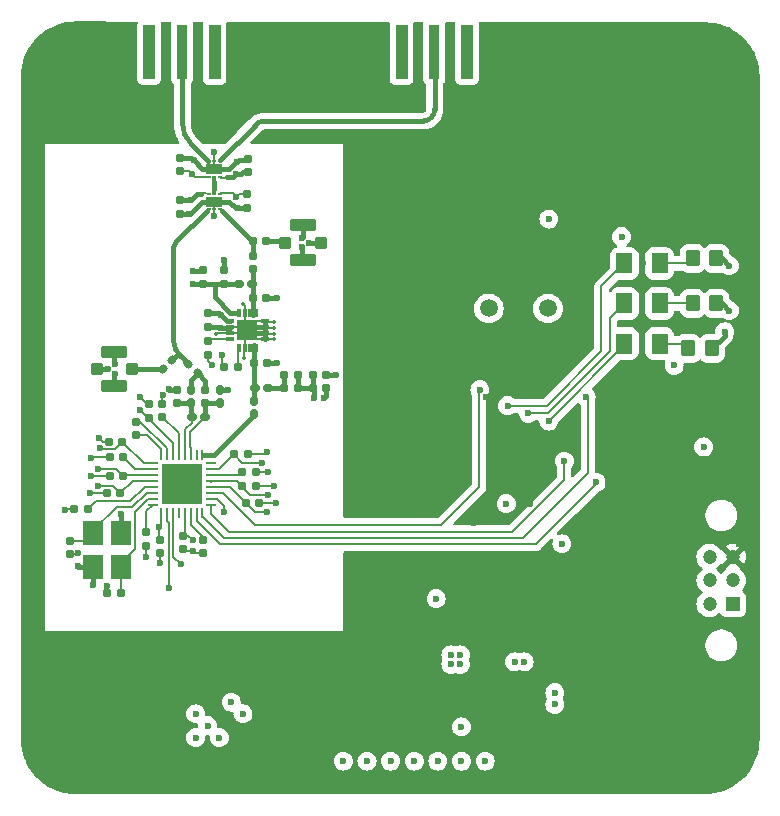
<source format=gtl>
%TF.GenerationSoftware,KiCad,Pcbnew,8.0.6*%
%TF.CreationDate,2025-01-08T17:22:54-05:00*%
%TF.ProjectId,LTT,4c54542e-6b69-4636-9164-5f7063625858,rev?*%
%TF.SameCoordinates,Original*%
%TF.FileFunction,Copper,L1,Top*%
%TF.FilePolarity,Positive*%
%FSLAX46Y46*%
G04 Gerber Fmt 4.6, Leading zero omitted, Abs format (unit mm)*
G04 Created by KiCad (PCBNEW 8.0.6) date 2025-01-08 17:22:54*
%MOMM*%
%LPD*%
G01*
G04 APERTURE LIST*
G04 Aperture macros list*
%AMRoundRect*
0 Rectangle with rounded corners*
0 $1 Rounding radius*
0 $2 $3 $4 $5 $6 $7 $8 $9 X,Y pos of 4 corners*
0 Add a 4 corners polygon primitive as box body*
4,1,4,$2,$3,$4,$5,$6,$7,$8,$9,$2,$3,0*
0 Add four circle primitives for the rounded corners*
1,1,$1+$1,$2,$3*
1,1,$1+$1,$4,$5*
1,1,$1+$1,$6,$7*
1,1,$1+$1,$8,$9*
0 Add four rect primitives between the rounded corners*
20,1,$1+$1,$2,$3,$4,$5,0*
20,1,$1+$1,$4,$5,$6,$7,0*
20,1,$1+$1,$6,$7,$8,$9,0*
20,1,$1+$1,$8,$9,$2,$3,0*%
G04 Aperture macros list end*
%TA.AperFunction,Conductor*%
%ADD10C,0.416600*%
%TD*%
%TA.AperFunction,SMDPad,CuDef*%
%ADD11RoundRect,0.160000X0.160000X-0.222500X0.160000X0.222500X-0.160000X0.222500X-0.160000X-0.222500X0*%
%TD*%
%TA.AperFunction,SMDPad,CuDef*%
%ADD12RoundRect,0.155000X-0.155000X0.212500X-0.155000X-0.212500X0.155000X-0.212500X0.155000X0.212500X0*%
%TD*%
%TA.AperFunction,SMDPad,CuDef*%
%ADD13RoundRect,0.155000X-0.212500X-0.155000X0.212500X-0.155000X0.212500X0.155000X-0.212500X0.155000X0*%
%TD*%
%TA.AperFunction,ComponentPad*%
%ADD14C,0.800000*%
%TD*%
%TA.AperFunction,ComponentPad*%
%ADD15C,6.400000*%
%TD*%
%TA.AperFunction,SMDPad,CuDef*%
%ADD16RoundRect,0.155000X0.155000X-0.212500X0.155000X0.212500X-0.155000X0.212500X-0.155000X-0.212500X0*%
%TD*%
%TA.AperFunction,SMDPad,CuDef*%
%ADD17RoundRect,0.155000X0.212500X0.155000X-0.212500X0.155000X-0.212500X-0.155000X0.212500X-0.155000X0*%
%TD*%
%TA.AperFunction,SMDPad,CuDef*%
%ADD18R,0.300000X0.750000*%
%TD*%
%TA.AperFunction,SMDPad,CuDef*%
%ADD19R,0.750000X0.300000*%
%TD*%
%TA.AperFunction,SMDPad,CuDef*%
%ADD20R,1.700000X1.700000*%
%TD*%
%TA.AperFunction,SMDPad,CuDef*%
%ADD21R,1.800000X2.100000*%
%TD*%
%TA.AperFunction,SMDPad,CuDef*%
%ADD22RoundRect,0.160000X0.197500X0.160000X-0.197500X0.160000X-0.197500X-0.160000X0.197500X-0.160000X0*%
%TD*%
%TA.AperFunction,SMDPad,CuDef*%
%ADD23RoundRect,0.062500X0.062500X-0.375000X0.062500X0.375000X-0.062500X0.375000X-0.062500X-0.375000X0*%
%TD*%
%TA.AperFunction,SMDPad,CuDef*%
%ADD24RoundRect,0.062500X0.375000X-0.062500X0.375000X0.062500X-0.375000X0.062500X-0.375000X-0.062500X0*%
%TD*%
%TA.AperFunction,HeatsinkPad*%
%ADD25R,3.450000X3.450000*%
%TD*%
%TA.AperFunction,SMDPad,CuDef*%
%ADD26RoundRect,0.100000X-0.400000X0.400000X-0.400000X-0.400000X0.400000X-0.400000X0.400000X0.400000X0*%
%TD*%
%TA.AperFunction,SMDPad,CuDef*%
%ADD27RoundRect,0.105000X-0.995000X0.420000X-0.995000X-0.420000X0.995000X-0.420000X0.995000X0.420000X0*%
%TD*%
%TA.AperFunction,SMDPad,CuDef*%
%ADD28RoundRect,0.250000X-0.350000X-0.450000X0.350000X-0.450000X0.350000X0.450000X-0.350000X0.450000X0*%
%TD*%
%TA.AperFunction,SMDPad,CuDef*%
%ADD29RoundRect,0.160000X0.222500X0.160000X-0.222500X0.160000X-0.222500X-0.160000X0.222500X-0.160000X0*%
%TD*%
%TA.AperFunction,SMDPad,CuDef*%
%ADD30RoundRect,0.160000X0.160000X-0.197500X0.160000X0.197500X-0.160000X0.197500X-0.160000X-0.197500X0*%
%TD*%
%TA.AperFunction,SMDPad,CuDef*%
%ADD31RoundRect,0.160000X0.270468X-0.044194X-0.044194X0.270468X-0.270468X0.044194X0.044194X-0.270468X0*%
%TD*%
%TA.AperFunction,SMDPad,CuDef*%
%ADD32RoundRect,0.155000X0.040659X0.259862X-0.259862X-0.040659X-0.040659X-0.259862X0.259862X0.040659X0*%
%TD*%
%TA.AperFunction,SMDPad,CuDef*%
%ADD33R,0.850000X4.560000*%
%TD*%
%TA.AperFunction,SMDPad,CuDef*%
%ADD34R,1.000000X4.560000*%
%TD*%
%TA.AperFunction,SMDPad,CuDef*%
%ADD35RoundRect,0.250001X-0.462499X-0.624999X0.462499X-0.624999X0.462499X0.624999X-0.462499X0.624999X0*%
%TD*%
%TA.AperFunction,SMDPad,CuDef*%
%ADD36RoundRect,0.160000X-0.197500X-0.160000X0.197500X-0.160000X0.197500X0.160000X-0.197500X0.160000X0*%
%TD*%
%TA.AperFunction,SMDPad,CuDef*%
%ADD37RoundRect,0.160000X-0.222500X-0.160000X0.222500X-0.160000X0.222500X0.160000X-0.222500X0.160000X0*%
%TD*%
%TA.AperFunction,SMDPad,CuDef*%
%ADD38R,0.355600X0.279400*%
%TD*%
%TA.AperFunction,SMDPad,CuDef*%
%ADD39R,1.397000X0.812800*%
%TD*%
%TA.AperFunction,SMDPad,CuDef*%
%ADD40RoundRect,0.100000X0.400000X-0.400000X0.400000X0.400000X-0.400000X0.400000X-0.400000X-0.400000X0*%
%TD*%
%TA.AperFunction,SMDPad,CuDef*%
%ADD41RoundRect,0.105000X0.995000X-0.420000X0.995000X0.420000X-0.995000X0.420000X-0.995000X-0.420000X0*%
%TD*%
%TA.AperFunction,ComponentPad*%
%ADD42R,1.200000X1.200000*%
%TD*%
%TA.AperFunction,ComponentPad*%
%ADD43C,1.200000*%
%TD*%
%TA.AperFunction,ComponentPad*%
%ADD44C,1.500000*%
%TD*%
%TA.AperFunction,ViaPad*%
%ADD45C,0.600000*%
%TD*%
%TA.AperFunction,ViaPad*%
%ADD46C,0.350000*%
%TD*%
%TA.AperFunction,Conductor*%
%ADD47C,0.200000*%
%TD*%
%TA.AperFunction,Conductor*%
%ADD48C,0.400000*%
%TD*%
%TA.AperFunction,Conductor*%
%ADD49C,0.350000*%
%TD*%
G04 APERTURE END LIST*
D10*
%TO.N,Net-(J3-In)*%
X126613453Y-86743398D02*
G75*
G02*
X125868999Y-84936432I1666447J1743398D01*
G01*
%TO.N,Net-(J2-In)*%
X132004165Y-85208341D02*
G75*
G02*
X132832957Y-84799946I828835J-636859D01*
G01*
%TO.N,/RF/RX*%
X125800000Y-104800000D02*
G75*
G02*
X125097438Y-103300000I1250000J1500000D01*
G01*
X125083042Y-95619136D02*
G75*
G02*
X125352036Y-95018998I1171558J-164764D01*
G01*
%TO.N,Net-(J2-In)*%
X147225000Y-83797651D02*
G75*
G02*
X146266283Y-84796119I-953000J-44449D01*
G01*
%TD*%
D11*
%TO.P,L7,1,1*%
%TO.N,/RF/LNA-*%
X126621250Y-108701250D03*
%TO.P,L7,2,2*%
%TO.N,Net-(C31-Pad2)*%
X126621250Y-107556250D03*
%TD*%
D12*
%TO.P,C6,1*%
%TO.N,Net-(U4-LPF0)*%
X121971250Y-110271250D03*
%TO.P,C6,2*%
%TO.N,Net-(U4-LPF1)*%
X121971250Y-111406250D03*
%TD*%
D13*
%TO.P,C20,1*%
%TO.N,/RF/EXT-PA*%
X131937500Y-105300000D03*
%TO.P,C20,2*%
%TO.N,GND*%
X133072500Y-105300000D03*
%TD*%
D14*
%TO.P,H3,1,1*%
%TO.N,GND*%
X114440000Y-81000000D03*
X115142944Y-79302944D03*
X115142944Y-82697056D03*
X116840000Y-78600000D03*
D15*
X116840000Y-81000000D03*
D14*
X116840000Y-83400000D03*
X118537056Y-79302944D03*
X118537056Y-82697056D03*
X119240000Y-81000000D03*
%TD*%
D16*
%TO.P,C13,1*%
%TO.N,Net-(C13-Pad1)*%
X131822500Y-97367500D03*
%TO.P,C13,2*%
%TO.N,/RF/TX*%
X131822500Y-96232500D03*
%TD*%
D12*
%TO.P,C36,1*%
%TO.N,+3V3*%
X125681250Y-91513750D03*
%TO.P,C36,2*%
%TO.N,GND*%
X125681250Y-92648750D03*
%TD*%
D14*
%TO.P,H1,1,1*%
%TO.N,GND*%
X167780000Y-81000000D03*
X168482944Y-79302944D03*
X168482944Y-82697056D03*
X170180000Y-78600000D03*
D15*
X170180000Y-81000000D03*
D14*
X170180000Y-83400000D03*
X171877056Y-79302944D03*
X171877056Y-82697056D03*
X172580000Y-81000000D03*
%TD*%
D13*
%TO.P,C19,1*%
%TO.N,+3V3*%
X130253750Y-113028750D03*
%TO.P,C19,2*%
%TO.N,GND*%
X131388750Y-113028750D03*
%TD*%
D17*
%TO.P,C16,1*%
%TO.N,Net-(U4-DCPL_PFD_CHP)*%
X120838750Y-113288750D03*
%TO.P,C16,2*%
%TO.N,GND*%
X119703750Y-113288750D03*
%TD*%
D18*
%TO.P,U3,1,V_{EN1}*%
%TO.N,Net-(U3-V_{EN1})*%
X130630000Y-104025000D03*
%TO.P,U3,2,GND/NC*%
%TO.N,GND*%
X131130000Y-104025000D03*
%TO.P,U3,3,RF_IN*%
%TO.N,/RF/EXT-PA*%
X131630000Y-104025000D03*
%TO.P,U3,4,RF_IN*%
X132130000Y-104025000D03*
D19*
%TO.P,U3,5,GND/NC*%
%TO.N,GND*%
X132880000Y-103275000D03*
%TO.P,U3,6,GND/NC*%
X132880000Y-102775000D03*
%TO.P,U3,7,GND/NC*%
X132880000Y-102275000D03*
%TO.P,U3,8,GND/NC*%
X132880000Y-101775000D03*
D18*
%TO.P,U3,9,RF_OUT/V_{CC2}*%
%TO.N,Net-(C13-Pad1)*%
X132130000Y-101025000D03*
%TO.P,U3,10,RF_OUT/V_{CC2}*%
X131630000Y-101025000D03*
%TO.P,U3,11,GND/NC*%
%TO.N,GND*%
X131130000Y-101025000D03*
%TO.P,U3,12,BIAS*%
%TO.N,+5V*%
X130630000Y-101025000D03*
D19*
%TO.P,U3,13,V_{CC1}*%
X129880000Y-101775000D03*
%TO.P,U3,14,GND/NC*%
%TO.N,GND*%
X129880000Y-102275000D03*
%TO.P,U3,15,GND/NC*%
X129880000Y-102775000D03*
%TO.P,U3,16,V_{EN2}*%
%TO.N,Net-(U3-V_{EN2})*%
X129880000Y-103275000D03*
D20*
%TO.P,U3,17*%
%TO.N,GND*%
X131380000Y-102525000D03*
%TD*%
D16*
%TO.P,C32,1*%
%TO.N,/RF/LNA-*%
X125421250Y-108696250D03*
%TO.P,C32,2*%
%TO.N,GND*%
X125421250Y-107561250D03*
%TD*%
D21*
%TO.P,Y2,1,1*%
%TO.N,/RF/XOSC_Q1*%
X118341250Y-119651250D03*
%TO.P,Y2,2,2*%
%TO.N,GND*%
X118341250Y-122551250D03*
%TO.P,Y2,3,3*%
%TO.N,/RF/XOSC_Q2*%
X120641250Y-122551250D03*
%TO.P,Y2,4,4*%
%TO.N,GND*%
X120641250Y-119651250D03*
%TD*%
D22*
%TO.P,R15,1*%
%TO.N,+3V3*%
X135670000Y-107400000D03*
%TO.P,R15,2*%
%TO.N,Net-(C51-Pad2)*%
X134475000Y-107400000D03*
%TD*%
D23*
%TO.P,U4,1,VDD_GUARD*%
%TO.N,+3V3*%
X124071250Y-117963750D03*
%TO.P,U4,2,~{RESET}*%
%TO.N,/MCU/RESET*%
X124571250Y-117963750D03*
%TO.P,U4,3,GPIO3*%
%TO.N,/RF/SW*%
X125071250Y-117963750D03*
%TO.P,U4,4,GPIO2*%
%TO.N,unconnected-(U4-GPIO2-Pad4)*%
X125571250Y-117963750D03*
%TO.P,U4,5,DVDD*%
%TO.N,+3V3*%
X126071250Y-117963750D03*
%TO.P,U4,6,DCPL*%
%TO.N,Net-(U4-DCPL)*%
X126571250Y-117963750D03*
%TO.P,U4,7,SI*%
%TO.N,/MCU/MOSI*%
X127071250Y-117963750D03*
%TO.P,U4,8,SCLK*%
%TO.N,/MCU/SCLK*%
X127571250Y-117963750D03*
D24*
%TO.P,U4,9,SO(GPIO1)*%
%TO.N,/MCU/MISO*%
X128258750Y-117276250D03*
%TO.P,U4,10,GPIO0*%
%TO.N,/RF/Antenna_Switch*%
X128258750Y-116776250D03*
%TO.P,U4,11,~{CS}*%
%TO.N,/MCU/CS*%
X128258750Y-116276250D03*
%TO.P,U4,12,DVDD*%
%TO.N,+3V3*%
X128258750Y-115776250D03*
%TO.P,U4,13,AVDD_IF*%
X128258750Y-115276250D03*
%TO.P,U4,14,RBIAS*%
%TO.N,Net-(U4-RBIAS)*%
X128258750Y-114776250D03*
%TO.P,U4,15,AVDD_RF*%
%TO.N,+3V3*%
X128258750Y-114276250D03*
%TO.P,U4,16*%
%TO.N,N/C*%
X128258750Y-113776250D03*
D23*
%TO.P,U4,17,PA*%
%TO.N,/RF/TRX-PA*%
X127571250Y-113088750D03*
%TO.P,U4,18,TRX_SW*%
%TO.N,unconnected-(U4-TRX_SW-Pad18)*%
X127071250Y-113088750D03*
%TO.P,U4,19,LNA_P*%
%TO.N,/RF/LNA+*%
X126571250Y-113088750D03*
%TO.P,U4,20,LNA_N*%
%TO.N,/RF/LNA-*%
X126071250Y-113088750D03*
%TO.P,U4,21,DCPL_VCO*%
%TO.N,Net-(U4-DCPL_VCO)*%
X125571250Y-113088750D03*
%TO.P,U4,22,AVDD_SYNTH1*%
%TO.N,+3V3*%
X125071250Y-113088750D03*
%TO.P,U4,23,LPF0*%
%TO.N,Net-(U4-LPF0)*%
X124571250Y-113088750D03*
%TO.P,U4,24,LPF1*%
%TO.N,Net-(U4-LPF1)*%
X124071250Y-113088750D03*
D24*
%TO.P,U4,25,AVDD_PFD_CHP*%
%TO.N,+3V3*%
X123383750Y-113776250D03*
%TO.P,U4,26,DCPL_PFD_CHP*%
%TO.N,Net-(U4-DCPL_PFD_CHP)*%
X123383750Y-114276250D03*
%TO.P,U4,27,AVDD_SYNTH2*%
%TO.N,+3V3*%
X123383750Y-114776250D03*
%TO.P,U4,28,AVDD_XOSC*%
X123383750Y-115276250D03*
%TO.P,U4,29,DCPL_XOSC*%
%TO.N,Net-(U4-DCPL_XOSC)*%
X123383750Y-115776250D03*
%TO.P,U4,30,XOSC_Q1*%
%TO.N,/RF/XOSC_Q1*%
X123383750Y-116276250D03*
%TO.P,U4,31,XOSC_Q2*%
%TO.N,/RF/XOSC_Q2*%
X123383750Y-116776250D03*
%TO.P,U4,32,EXT_XOSC*%
%TO.N,Net-(U4-EXT_XOSC)*%
X123383750Y-117276250D03*
D25*
%TO.P,U4,33,GND_EP*%
%TO.N,GND*%
X125821250Y-115526250D03*
%TD*%
D13*
%TO.P,C12,1*%
%TO.N,+3V3*%
X131221250Y-117128750D03*
%TO.P,C12,2*%
%TO.N,GND*%
X132356250Y-117128750D03*
%TD*%
D16*
%TO.P,C31,1*%
%TO.N,/RF/LNA+*%
X127821250Y-108696250D03*
%TO.P,C31,2*%
%TO.N,Net-(C31-Pad2)*%
X127821250Y-107561250D03*
%TD*%
D13*
%TO.P,C50,1*%
%TO.N,+3V3*%
X136905000Y-106300000D03*
%TO.P,C50,2*%
%TO.N,GND*%
X138040000Y-106300000D03*
%TD*%
D26*
%TO.P,RX_TP1,1,In*%
%TO.N,Net-(RX_TP1-In)*%
X121600000Y-105800000D03*
D27*
%TO.P,RX_TP1,2,Ext*%
%TO.N,GND*%
X120100000Y-107275000D03*
D26*
X118600000Y-105800000D03*
D27*
X120100000Y-104325000D03*
%TD*%
D12*
%TO.P,C40,1*%
%TO.N,/RF/XOSC_Q1*%
X116341250Y-120333750D03*
%TO.P,C40,2*%
%TO.N,GND*%
X116341250Y-121468750D03*
%TD*%
D16*
%TO.P,C37,1*%
%TO.N,+3V3*%
X131406250Y-89156250D03*
%TO.P,C37,2*%
%TO.N,GND*%
X131406250Y-88021250D03*
%TD*%
D13*
%TO.P,C17,1*%
%TO.N,/RF/TX*%
X131855000Y-95000000D03*
%TO.P,C17,2*%
%TO.N,Net-(TX_TP1-In)*%
X132990000Y-95000000D03*
%TD*%
D28*
%TO.P,R3,1*%
%TO.N,Net-(D2-A)*%
X169077500Y-100250000D03*
%TO.P,R3,2*%
%TO.N,+5V*%
X171077500Y-100250000D03*
%TD*%
D17*
%TO.P,C39,1*%
%TO.N,/RF/XOSC_Q2*%
X120658750Y-124801250D03*
%TO.P,C39,2*%
%TO.N,GND*%
X119523750Y-124801250D03*
%TD*%
D29*
%TO.P,L5,1,1*%
%TO.N,/RF/LNA+*%
X127793750Y-109843750D03*
%TO.P,L5,2,2*%
%TO.N,/RF/LNA-*%
X126648750Y-109843750D03*
%TD*%
D30*
%TO.P,R6,1*%
%TO.N,+5V*%
X128000000Y-104630000D03*
%TO.P,R6,2*%
%TO.N,Net-(U3-V_{EN2})*%
X128000000Y-103435000D03*
%TD*%
D29*
%TO.P,L11,1,1*%
%TO.N,Net-(C51-Pad2)*%
X133145000Y-107400000D03*
%TO.P,L11,2,2*%
%TO.N,/RF/EXT-PA*%
X132000000Y-107400000D03*
%TD*%
D11*
%TO.P,L6,1,1*%
%TO.N,/RF/LNA+*%
X129021250Y-108701250D03*
%TO.P,L6,2,2*%
%TO.N,GND*%
X129021250Y-107556250D03*
%TD*%
D28*
%TO.P,R2,1*%
%TO.N,Net-(D1-A)*%
X168712500Y-104060000D03*
%TO.P,R2,2*%
%TO.N,+5V*%
X170712500Y-104060000D03*
%TD*%
D12*
%TO.P,C38,1*%
%TO.N,GND*%
X125681250Y-87913750D03*
%TO.P,C38,2*%
%TO.N,/RF/Antenna_Switch*%
X125681250Y-89048750D03*
%TD*%
D31*
%TO.P,L8,1,1*%
%TO.N,Net-(C31-Pad2)*%
X127164457Y-106164457D03*
%TO.P,L8,2,2*%
%TO.N,/RF/RX*%
X126354819Y-105354819D03*
%TD*%
D32*
%TO.P,C7,1*%
%TO.N,/RF/RX*%
X125001283Y-104998717D03*
%TO.P,C7,2*%
%TO.N,Net-(RX_TP1-In)*%
X124198717Y-105801283D03*
%TD*%
D17*
%TO.P,C23,1*%
%TO.N,+3V3*%
X120621250Y-116338750D03*
%TO.P,C23,2*%
%TO.N,GND*%
X119486250Y-116338750D03*
%TD*%
D16*
%TO.P,C30,1*%
%TO.N,+3V3*%
X123071250Y-109906250D03*
%TO.P,C30,2*%
%TO.N,GND*%
X123071250Y-108771250D03*
%TD*%
D12*
%TO.P,C33,1*%
%TO.N,+3V3*%
X123950000Y-120250000D03*
%TO.P,C33,2*%
%TO.N,GND*%
X123950000Y-121385000D03*
%TD*%
D17*
%TO.P,C14,1*%
%TO.N,Net-(U4-DCPL_XOSC)*%
X117838750Y-117688750D03*
%TO.P,C14,2*%
%TO.N,GND*%
X116703750Y-117688750D03*
%TD*%
D30*
%TO.P,R5,1*%
%TO.N,GND*%
X122821250Y-120773750D03*
%TO.P,R5,2*%
%TO.N,Net-(U4-EXT_XOSC)*%
X122821250Y-119578750D03*
%TD*%
D28*
%TO.P,R4,1*%
%TO.N,Net-(D3-A)*%
X169077500Y-96440000D03*
%TO.P,R4,2*%
%TO.N,+5V*%
X171077500Y-96440000D03*
%TD*%
D33*
%TO.P,J2,1,In*%
%TO.N,Net-(J2-In)*%
X147200750Y-78958500D03*
D34*
%TO.P,J2,SH1*%
%TO.N,N/C*%
X149970750Y-78958500D03*
%TO.P,J2,SH2*%
X144430750Y-78958500D03*
%TD*%
D35*
%TO.P,D2,1,K*%
%TO.N,/MCU/LED_BLUE*%
X163292500Y-100250000D03*
%TO.P,D2,2,A*%
%TO.N,Net-(D2-A)*%
X166267500Y-100250000D03*
%TD*%
D36*
%TO.P,R8,1*%
%TO.N,+5V*%
X129402500Y-105600000D03*
%TO.P,R8,2*%
%TO.N,Net-(U3-V_{EN1})*%
X130597500Y-105600000D03*
%TD*%
D13*
%TO.P,C8,1*%
%TO.N,Net-(C13-Pad1)*%
X131855000Y-99800000D03*
%TO.P,C8,2*%
%TO.N,GND*%
X132990000Y-99800000D03*
%TD*%
D16*
%TO.P,C11,1*%
%TO.N,+5V*%
X129422500Y-98567500D03*
%TO.P,C11,2*%
%TO.N,GND*%
X129422500Y-97432500D03*
%TD*%
D11*
%TO.P,L4,1,1*%
%TO.N,/RF/TRX-PA*%
X131975000Y-109622500D03*
%TO.P,L4,2,2*%
%TO.N,/RF/EXT-PA*%
X131975000Y-108477500D03*
%TD*%
D37*
%TO.P,L1,1,1*%
%TO.N,+5V*%
X130650000Y-98600000D03*
%TO.P,L1,2,2*%
%TO.N,Net-(C13-Pad1)*%
X131795000Y-98600000D03*
%TD*%
D14*
%TO.P,H2,1,1*%
%TO.N,GND*%
X167780000Y-137160000D03*
X168482944Y-135462944D03*
X168482944Y-138857056D03*
X170180000Y-134760000D03*
D15*
X170180000Y-137160000D03*
D14*
X170180000Y-139560000D03*
X171877056Y-135462944D03*
X171877056Y-138857056D03*
X172580000Y-137160000D03*
%TD*%
D35*
%TO.P,D1,1,K*%
%TO.N,/MCU/LED_GREEN*%
X163292500Y-103640000D03*
%TO.P,D1,2,A*%
%TO.N,Net-(D1-A)*%
X166267500Y-103640000D03*
%TD*%
D33*
%TO.P,J3,1,In*%
%TO.N,Net-(J3-In)*%
X125830000Y-78958500D03*
D34*
%TO.P,J3,SH1*%
%TO.N,N/C*%
X128600000Y-78958500D03*
%TO.P,J3,SH2*%
X123060000Y-78958500D03*
%TD*%
D17*
%TO.P,C28,1*%
%TO.N,+3V3*%
X120850513Y-114834829D03*
%TO.P,C28,2*%
%TO.N,GND*%
X119715513Y-114834829D03*
%TD*%
D22*
%TO.P,R7,1*%
%TO.N,GND*%
X132118750Y-114528750D03*
%TO.P,R7,2*%
%TO.N,Net-(U4-RBIAS)*%
X130923750Y-114528750D03*
%TD*%
D38*
%TO.P,U5,1,V1*%
%TO.N,/RF/SW*%
X129081376Y-90961248D03*
%TO.P,U5,2,RFC*%
%TO.N,Net-(U5-RFC)*%
X128581250Y-90961248D03*
%TO.P,U5,3,V_{DD}*%
%TO.N,+3V3*%
X128081124Y-90961248D03*
%TO.P,U5,4,RF2*%
%TO.N,/RF/RX*%
X128081124Y-92281250D03*
%TO.P,U5,5,GND*%
%TO.N,GND*%
X128581250Y-92281250D03*
%TO.P,U5,6,RF1*%
%TO.N,/RF/TX*%
X129081376Y-92281250D03*
D39*
%TO.P,U5,7*%
%TO.N,GND*%
X128581250Y-91621249D03*
%TD*%
D12*
%TO.P,C24,1*%
%TO.N,Net-(U4-DCPL)*%
X127650000Y-120282500D03*
%TO.P,C24,2*%
%TO.N,GND*%
X127650000Y-121417500D03*
%TD*%
D13*
%TO.P,C49,1*%
%TO.N,+3V3*%
X136905000Y-107400000D03*
%TO.P,C49,2*%
%TO.N,GND*%
X138040000Y-107400000D03*
%TD*%
D12*
%TO.P,C5,1*%
%TO.N,+5V*%
X128000000Y-101065000D03*
%TO.P,C5,2*%
%TO.N,GND*%
X128000000Y-102200000D03*
%TD*%
D35*
%TO.P,D3,1,K*%
%TO.N,/MCU/LED_RED*%
X163292500Y-96860000D03*
%TO.P,D3,2,A*%
%TO.N,Net-(D3-A)*%
X166267500Y-96860000D03*
%TD*%
D14*
%TO.P,H4,1,1*%
%TO.N,GND*%
X114440000Y-137160000D03*
X115142944Y-135462944D03*
X115142944Y-138857056D03*
X116840000Y-134760000D03*
D15*
X116840000Y-137160000D03*
D14*
X116840000Y-139560000D03*
X118537056Y-135462944D03*
X118537056Y-138857056D03*
X119240000Y-137160000D03*
%TD*%
D38*
%TO.P,U6,1,V1*%
%TO.N,/RF/Antenna_Switch*%
X128081124Y-89531250D03*
%TO.P,U6,2,RFC*%
%TO.N,Net-(U5-RFC)*%
X128581250Y-89531250D03*
%TO.P,U6,3*%
%TO.N,+3V3*%
X129081376Y-89531250D03*
%TO.P,U6,4,RF2*%
%TO.N,Net-(J2-In)*%
X129081376Y-88211248D03*
%TO.P,U6,5*%
%TO.N,GND*%
X128581250Y-88211248D03*
%TO.P,U6,6,RF1*%
%TO.N,Net-(J3-In)*%
X128081124Y-88211248D03*
D39*
%TO.P,U6,7*%
%TO.N,GND*%
X128581250Y-88871249D03*
%TD*%
D16*
%TO.P,C10,1*%
%TO.N,+5V*%
X127622500Y-98567500D03*
%TO.P,C10,2*%
%TO.N,GND*%
X127622500Y-97432500D03*
%TD*%
%TO.P,C21,1*%
%TO.N,Net-(U4-DCPL_VCO)*%
X124171250Y-109856250D03*
%TO.P,C21,2*%
%TO.N,GND*%
X124171250Y-108721250D03*
%TD*%
D40*
%TO.P,TX_TP1,1,In*%
%TO.N,Net-(TX_TP1-In)*%
X134600000Y-95100000D03*
D41*
%TO.P,TX_TP1,2,Ext*%
%TO.N,GND*%
X136100000Y-93625000D03*
D40*
X137600000Y-95100000D03*
D41*
X136100000Y-96575000D03*
%TD*%
D12*
%TO.P,C9,1*%
%TO.N,+3V3*%
X125921250Y-119900000D03*
%TO.P,C9,2*%
%TO.N,GND*%
X125921250Y-121035000D03*
%TD*%
D42*
%TO.P,J4,1,Pin_1*%
%TO.N,Net-(J4-Pin_1)*%
X172500000Y-125700000D03*
D43*
%TO.P,J4,2,Pin_2*%
%TO.N,unconnected-(J4-Pin_2-Pad2)*%
X172500000Y-123700000D03*
%TO.P,J4,3,Pin_3*%
%TO.N,GND*%
X172500000Y-121700000D03*
%TO.P,J4,4,Pin_4*%
%TO.N,CANH*%
X170500000Y-125700000D03*
%TO.P,J4,5,Pin_5*%
%TO.N,CANL*%
X170500000Y-123700000D03*
%TO.P,J4,6*%
%TO.N,N/C*%
X170500000Y-121700000D03*
%TD*%
D13*
%TO.P,C15,1*%
%TO.N,+3V3*%
X130953750Y-115728750D03*
%TO.P,C15,2*%
%TO.N,GND*%
X132088750Y-115728750D03*
%TD*%
D17*
%TO.P,C51,1*%
%TO.N,+3V3*%
X135640000Y-106300000D03*
%TO.P,C51,2*%
%TO.N,Net-(C51-Pad2)*%
X134505000Y-106300000D03*
%TD*%
%TO.P,C26,1*%
%TO.N,+3V3*%
X120788750Y-111978750D03*
%TO.P,C26,2*%
%TO.N,GND*%
X119653750Y-111978750D03*
%TD*%
D12*
%TO.P,C35,1*%
%TO.N,/RF/SW*%
X131381250Y-91013750D03*
%TO.P,C35,2*%
%TO.N,GND*%
X131381250Y-92148750D03*
%TD*%
D44*
%TO.P,Y1,1,1*%
%TO.N,/MCU/OSC1*%
X151820000Y-100670000D03*
%TO.P,Y1,2,2*%
%TO.N,/MCU/OSC2*%
X156820000Y-100670000D03*
%TD*%
D45*
%TO.N,+5V*%
X153300000Y-117200000D03*
X147500000Y-139000000D03*
X141500000Y-139000000D03*
X158000000Y-120600000D03*
X149500000Y-139000000D03*
X129200000Y-104600000D03*
X167500000Y-105500000D03*
X172180000Y-97050000D03*
X145500000Y-139000000D03*
X170000000Y-112400000D03*
X149500000Y-136100000D03*
X126800000Y-98600000D03*
X128400000Y-105500000D03*
X147350000Y-125250000D03*
X163050000Y-94600000D03*
X171780000Y-102650000D03*
X156900000Y-93100000D03*
X151500000Y-139000000D03*
X139500000Y-139000000D03*
X172180000Y-100850000D03*
X143500000Y-139000000D03*
X129100000Y-101200000D03*
%TO.N,GND*%
X150000000Y-82500000D03*
X124800000Y-116573750D03*
X130506250Y-88256250D03*
X154600000Y-135400000D03*
X174300000Y-88000000D03*
X139000000Y-133300000D03*
X158700000Y-112500000D03*
D46*
X131422500Y-103200000D03*
D45*
X159000000Y-96200000D03*
X165500000Y-123200000D03*
X156800000Y-104600000D03*
X112700000Y-132000000D03*
X166250000Y-108500000D03*
X133900000Y-99800000D03*
X123750000Y-128500000D03*
X128200000Y-131000000D03*
X140000000Y-97750000D03*
X147600000Y-104400000D03*
X148100000Y-133300000D03*
X129150000Y-102333300D03*
X136600000Y-131800000D03*
X121500000Y-140800000D03*
X126800000Y-115473750D03*
X133800000Y-117128750D03*
X147900000Y-140800000D03*
X113750000Y-126250000D03*
X137500000Y-86250000D03*
X113750000Y-106250000D03*
D46*
X128750000Y-102800000D03*
D45*
X150150000Y-92950000D03*
X125800000Y-114373750D03*
D46*
X131100000Y-104900000D03*
D45*
X120641250Y-118100000D03*
X120182500Y-105400000D03*
X138900000Y-106300000D03*
D46*
X132022500Y-102000000D03*
D45*
X165920002Y-123760002D03*
X140000000Y-121750000D03*
X156900000Y-112900000D03*
D46*
X130822500Y-103200000D03*
D45*
X150600000Y-118800000D03*
X168000000Y-117600000D03*
X130300000Y-140800000D03*
X122300000Y-108200000D03*
X113750000Y-121250000D03*
X133100000Y-114528750D03*
X147700000Y-96800000D03*
X165500000Y-140800000D03*
X163800000Y-113400000D03*
X130581250Y-92181250D03*
X174300000Y-96800000D03*
X133025000Y-112825000D03*
D46*
X128956250Y-88856250D03*
D45*
X156700000Y-88000000D03*
X149600000Y-96200000D03*
X135800000Y-131800000D03*
X161900000Y-115400000D03*
X133750000Y-128500000D03*
X159457500Y-122742500D03*
D46*
X130822500Y-102000000D03*
D45*
X165000000Y-113400000D03*
X124200000Y-108000000D03*
X152300000Y-104600000D03*
X113750000Y-91250000D03*
X132500000Y-86250000D03*
D46*
X131422500Y-102000000D03*
D45*
X134400000Y-137000000D03*
X165500000Y-114400000D03*
X117000000Y-121400000D03*
X144500000Y-82500000D03*
X157000000Y-131600000D03*
X125000000Y-86250000D03*
X165500000Y-132000000D03*
X133922500Y-105300000D03*
X117350000Y-78950000D03*
X124700000Y-107500000D03*
X126750000Y-121200000D03*
X174300000Y-123200000D03*
X125800000Y-116573750D03*
X124800000Y-114373750D03*
X118100000Y-113300000D03*
X126831250Y-88131250D03*
X118300000Y-124100000D03*
D46*
X133600000Y-103300000D03*
D45*
X140000000Y-112750000D03*
X161000000Y-107600000D03*
X174300000Y-114400000D03*
D46*
X128156250Y-88881250D03*
D45*
X147900000Y-88000000D03*
X140000000Y-92750000D03*
X140000000Y-117750000D03*
X117000000Y-122500000D03*
X151600000Y-108200000D03*
X156600000Y-123200000D03*
X128581250Y-92881250D03*
X123000000Y-82500000D03*
X123950000Y-122250000D03*
X121500000Y-132000000D03*
X139100000Y-79200000D03*
X130100000Y-132000000D03*
D46*
X132022500Y-103200000D03*
D45*
X173000000Y-120600000D03*
X140000000Y-87750000D03*
X160200000Y-120600000D03*
D46*
X128981250Y-91606250D03*
D45*
X118750000Y-86250000D03*
X124800000Y-115473750D03*
X162200000Y-139300000D03*
X147900000Y-116700000D03*
X136000000Y-94700000D03*
X139100000Y-140800000D03*
X165500000Y-105600000D03*
X137850000Y-108250000D03*
X130300000Y-79200000D03*
X136000000Y-95500000D03*
X163800000Y-110400000D03*
X131810000Y-137010000D03*
X122800000Y-121700000D03*
D46*
X131422500Y-102600000D03*
D45*
X155300000Y-117200000D03*
X121500000Y-79200000D03*
X115900000Y-117700000D03*
X128500000Y-82500000D03*
X118050000Y-116300000D03*
X164900000Y-96800000D03*
X113750000Y-86250000D03*
X126413750Y-92648750D03*
X128750000Y-128500000D03*
X118750000Y-128500000D03*
X147900000Y-123200000D03*
X125800000Y-115500000D03*
X140000000Y-126750000D03*
X153800000Y-112000000D03*
X165800000Y-117600000D03*
X168000000Y-113400000D03*
X174300000Y-105600000D03*
X165800000Y-120400000D03*
X156700000Y-140800000D03*
X168000000Y-110400000D03*
X129400000Y-96600000D03*
X170000000Y-111000000D03*
X118800000Y-111600000D03*
X119582500Y-105800000D03*
D46*
X133600000Y-102300000D03*
D45*
X113750000Y-116250000D03*
D46*
X128231250Y-91606250D03*
D45*
X128581250Y-87431250D03*
X152400000Y-132600000D03*
X165500000Y-79200000D03*
X140000000Y-102750000D03*
D46*
X131000000Y-100300000D03*
D45*
X140000000Y-107750000D03*
D46*
X130822500Y-102600000D03*
D45*
X165500000Y-88000000D03*
D46*
X132022500Y-102600000D03*
D45*
X174300000Y-132000000D03*
X113750000Y-96250000D03*
X119523750Y-124200000D03*
X129756250Y-107556250D03*
X168200000Y-120400000D03*
X136600000Y-95100000D03*
X133650000Y-115728750D03*
X156700000Y-79200000D03*
X166212500Y-105512500D03*
X126800000Y-114373750D03*
X118100000Y-114834829D03*
X126900000Y-140200000D03*
X120182500Y-106200000D03*
X113750000Y-101250000D03*
X113750000Y-111250000D03*
X126800000Y-97500000D03*
X138750000Y-128500000D03*
X154700000Y-137400000D03*
X126800000Y-116573750D03*
X148000000Y-112000000D03*
D46*
X133600000Y-101800000D03*
X133600000Y-102800000D03*
D45*
%TO.N,+3V3*%
X126606250Y-91481250D03*
X132621250Y-113728750D03*
X129000000Y-137000000D03*
X118865129Y-112512463D03*
X127000000Y-135000000D03*
X130373894Y-89274011D03*
X133121250Y-116438750D03*
X130000000Y-134000000D03*
X118700000Y-114234829D03*
X131000000Y-135000000D03*
X136978750Y-108223750D03*
X133021250Y-117928750D03*
X128000000Y-136000000D03*
X126750000Y-120300000D03*
X118706896Y-115738750D03*
X122271250Y-109238750D03*
X123900000Y-119150000D03*
X127000000Y-137000000D03*
%TO.N,/RF/Antenna_Switch*%
X129400000Y-117900000D03*
X126681250Y-89281250D03*
%TO.N,Net-(U8-SW)*%
X149400000Y-130800000D03*
X154000000Y-130600000D03*
X157400000Y-133200000D03*
X148600000Y-130000000D03*
X149400000Y-130000000D03*
X157400000Y-134200000D03*
X154800000Y-130600000D03*
X148600000Y-130800000D03*
%TO.N,/MCU/LED_GREEN*%
X156900000Y-110200000D03*
%TO.N,/MCU/LED_BLUE*%
X155150000Y-109550000D03*
%TO.N,/MCU/LED_RED*%
X153400000Y-108900000D03*
%TO.N,/MCU/MOSI*%
X160900000Y-115400000D03*
%TO.N,/MCU/RESET*%
X124700000Y-124300000D03*
%TO.N,/MCU/SCLK*%
X160050000Y-108150000D03*
%TO.N,/MCU/CS*%
X151050000Y-107550000D03*
%TO.N,/MCU/MISO*%
X158200000Y-113600000D03*
%TO.N,/RF/SW*%
X130431250Y-91231250D03*
X125750000Y-122350000D03*
%TD*%
D47*
%TO.N,+5V*%
X129200000Y-105397500D02*
X129402500Y-105600000D01*
D10*
X127590000Y-98600000D02*
X127622500Y-98567500D01*
D48*
X171580000Y-100250000D02*
X172180000Y-100850000D01*
X171780000Y-102650000D02*
X171780000Y-102992500D01*
X171780000Y-102992500D02*
X170712500Y-104060000D01*
D10*
X127622500Y-98567500D02*
X128600000Y-98567500D01*
X129455000Y-98600000D02*
X129422500Y-98567500D01*
D48*
X171077500Y-100250000D02*
X171580000Y-100250000D01*
X171570000Y-96440000D02*
X172180000Y-97050000D01*
D10*
X128965000Y-101065000D02*
X128000000Y-101065000D01*
X128600000Y-99700000D02*
X129925000Y-101025000D01*
X129100000Y-101200000D02*
X129616700Y-101716700D01*
D47*
X128000000Y-104630000D02*
X128000000Y-105100000D01*
D10*
X130650000Y-98600000D02*
X129455000Y-98600000D01*
X129100000Y-101200000D02*
X128965000Y-101065000D01*
X129616700Y-101716700D02*
X129880000Y-101716700D01*
D48*
X171077500Y-96440000D02*
X171570000Y-96440000D01*
D47*
X129200000Y-104600000D02*
X129200000Y-105397500D01*
D10*
X129925000Y-101025000D02*
X130571700Y-101025000D01*
D47*
X128000000Y-105100000D02*
X128400000Y-105500000D01*
D10*
X128600000Y-98567500D02*
X129422500Y-98567500D01*
X126800000Y-98600000D02*
X127590000Y-98600000D01*
X128600000Y-98567500D02*
X128600000Y-99700000D01*
%TO.N,GND*%
X120100000Y-105317500D02*
X120182500Y-105400000D01*
D47*
X126750000Y-121200000D02*
X126086250Y-121200000D01*
X133600000Y-102300000D02*
X132905000Y-102300000D01*
D10*
X120100000Y-107275000D02*
X120100000Y-106282500D01*
X130613750Y-92148750D02*
X131381250Y-92148750D01*
X129150000Y-102333300D02*
X129016700Y-102200000D01*
X136000000Y-96475000D02*
X136100000Y-96575000D01*
X118341250Y-122551250D02*
X118341250Y-124058750D01*
D47*
X124171250Y-108721250D02*
X124171250Y-108028750D01*
X128581250Y-92881250D02*
X128581250Y-92281250D01*
D10*
X129016700Y-102200000D02*
X128000000Y-102200000D01*
X118341250Y-124058750D02*
X118300000Y-124100000D01*
D47*
X131130000Y-101025000D02*
X131130000Y-102275000D01*
D10*
X126413750Y-92648750D02*
X126540438Y-92648750D01*
D47*
X132905000Y-102300000D02*
X132880000Y-102275000D01*
X132855000Y-101800000D02*
X132846700Y-101808300D01*
D10*
X127555000Y-97500000D02*
X127622500Y-97432500D01*
D47*
X132821250Y-113028750D02*
X133025000Y-112825000D01*
D10*
X130581250Y-92181250D02*
X130613750Y-92148750D01*
D47*
X129880000Y-102275000D02*
X131130000Y-102275000D01*
D10*
X136000000Y-95500000D02*
X136000000Y-96475000D01*
D47*
X128581250Y-92281250D02*
X128581250Y-91621249D01*
X118111250Y-113288750D02*
X118100000Y-113300000D01*
D10*
X130581250Y-92181250D02*
X130379562Y-92181250D01*
X130705800Y-102716700D02*
X130822500Y-102600000D01*
D47*
X132088750Y-115728750D02*
X133650000Y-115728750D01*
D10*
X126613750Y-87913750D02*
X125681250Y-87913750D01*
D47*
X118088750Y-116338750D02*
X119486250Y-116338750D01*
D10*
X120641250Y-118100000D02*
X120641250Y-119651250D01*
X132880000Y-102275000D02*
X131630000Y-102275000D01*
X129422500Y-96622500D02*
X129400000Y-96600000D01*
X137850000Y-108250000D02*
X138040000Y-108060000D01*
X126513750Y-92648750D02*
X126413750Y-92648750D01*
D47*
X131100000Y-104055000D02*
X131130000Y-104025000D01*
X131388750Y-113028750D02*
X132821250Y-113028750D01*
X132125000Y-101775000D02*
X132880000Y-101775000D01*
X132155000Y-103300000D02*
X132855000Y-103300000D01*
X133600000Y-103300000D02*
X132905000Y-103300000D01*
X129880000Y-102275000D02*
X129880000Y-102775000D01*
X131130000Y-100430000D02*
X131130000Y-101025000D01*
X131130000Y-102275000D02*
X131380000Y-102525000D01*
D10*
X127567939Y-91621249D02*
X128581250Y-91621249D01*
D47*
X126086250Y-121200000D02*
X125921250Y-121035000D01*
D10*
X120100000Y-104325000D02*
X120100000Y-105317500D01*
D47*
X131000000Y-100300000D02*
X131130000Y-100430000D01*
D10*
X131380000Y-102525000D02*
X130925000Y-102525000D01*
X131630000Y-102275000D02*
X131380000Y-102525000D01*
D47*
X128750000Y-102800000D02*
X128775000Y-102775000D01*
D10*
X132880000Y-101775000D02*
X132880000Y-103275000D01*
X126540438Y-92648750D02*
X127567939Y-91621249D01*
X133922500Y-105300000D02*
X133072500Y-105300000D01*
D47*
X116341250Y-121468750D02*
X116931250Y-121468750D01*
D10*
X130681250Y-88081250D02*
X131346250Y-88081250D01*
D47*
X132905000Y-102800000D02*
X132880000Y-102775000D01*
D10*
X129422500Y-97432500D02*
X129422500Y-96622500D01*
X120641250Y-118958750D02*
X120641250Y-119651250D01*
D47*
X118800000Y-111600000D02*
X119178750Y-111978750D01*
D10*
X126831250Y-88131250D02*
X127571249Y-88871249D01*
X132990000Y-99800000D02*
X133900000Y-99800000D01*
D47*
X133600000Y-102800000D02*
X132905000Y-102800000D01*
X131130000Y-102775000D02*
X131380000Y-102525000D01*
X119523750Y-124200000D02*
X119523750Y-124801250D01*
X126967500Y-121417500D02*
X126750000Y-121200000D01*
X116703750Y-117688750D02*
X115911250Y-117688750D01*
X123071250Y-108771250D02*
X122871250Y-108771250D01*
D10*
X129819561Y-91621249D02*
X128581250Y-91621249D01*
X126831250Y-88131250D02*
X126613750Y-87913750D01*
D47*
X133600000Y-101800000D02*
X132855000Y-101800000D01*
D10*
X130379562Y-92181250D02*
X129819561Y-91621249D01*
X132880000Y-102775000D02*
X131630000Y-102775000D01*
D47*
X132118750Y-114528750D02*
X133100000Y-114528750D01*
D10*
X117051250Y-122551250D02*
X117000000Y-122500000D01*
D47*
X132855000Y-103300000D02*
X132880000Y-103275000D01*
D10*
X130389967Y-88256250D02*
X130506250Y-88256250D01*
D47*
X122821250Y-121678750D02*
X122800000Y-121700000D01*
X131380000Y-102525000D02*
X131380000Y-102520000D01*
D10*
X129150000Y-102333300D02*
X129880000Y-102333300D01*
D47*
X119178750Y-111978750D02*
X119653750Y-111978750D01*
X118050000Y-116300000D02*
X118088750Y-116338750D01*
D10*
X129774968Y-88871249D02*
X130389967Y-88256250D01*
D47*
X128775000Y-102775000D02*
X129880000Y-102775000D01*
D10*
X132880000Y-101775000D02*
X132846700Y-101808300D01*
D47*
X124171250Y-108028750D02*
X124200000Y-108000000D01*
X131130000Y-104025000D02*
X131130000Y-102775000D01*
D10*
X125681250Y-92648750D02*
X126413750Y-92648750D01*
D47*
X119703750Y-113288750D02*
X118111250Y-113288750D01*
D10*
X128581250Y-88871249D02*
X129774968Y-88871249D01*
X126800000Y-97500000D02*
X127555000Y-97500000D01*
X118341250Y-122551250D02*
X117051250Y-122551250D01*
X118600000Y-105800000D02*
X119582500Y-105800000D01*
X127571249Y-88871249D02*
X128581250Y-88871249D01*
X137600000Y-95100000D02*
X136600000Y-95100000D01*
X138040000Y-108060000D02*
X138040000Y-107400000D01*
D47*
X129880000Y-102775000D02*
X131130000Y-102775000D01*
X119715513Y-114834829D02*
X118100000Y-114834829D01*
X131380000Y-102525000D02*
X132155000Y-103300000D01*
D10*
X136100000Y-94600000D02*
X136000000Y-94700000D01*
X130925000Y-102525000D02*
X130733300Y-102333300D01*
D47*
X118100000Y-114834829D02*
X117925171Y-114834829D01*
D10*
X138040000Y-106300000D02*
X138900000Y-106300000D01*
X125421250Y-107561250D02*
X124761250Y-107561250D01*
D47*
X131100000Y-104900000D02*
X131100000Y-104055000D01*
X122871250Y-108771250D02*
X122300000Y-108200000D01*
D10*
X120100000Y-106282500D02*
X120182500Y-106200000D01*
D47*
X133025000Y-112825000D02*
X133150000Y-112700000D01*
D10*
X136100000Y-93625000D02*
X136100000Y-94600000D01*
D47*
X127650000Y-121417500D02*
X126967500Y-121417500D01*
X131380000Y-102520000D02*
X132125000Y-101775000D01*
D10*
X129756250Y-107556250D02*
X129021250Y-107556250D01*
X131346250Y-88081250D02*
X131406250Y-88021250D01*
D47*
X132905000Y-103300000D02*
X132880000Y-103275000D01*
X122821250Y-120773750D02*
X122821250Y-121678750D01*
X128581250Y-87431250D02*
X128581250Y-88211248D01*
X115911250Y-117688750D02*
X115900000Y-117700000D01*
D10*
X124761250Y-107561250D02*
X124700000Y-107500000D01*
D47*
X116931250Y-121468750D02*
X117000000Y-121400000D01*
X132356250Y-117128750D02*
X133800000Y-117128750D01*
X117925171Y-114834829D02*
X117921250Y-114838750D01*
D10*
X130506250Y-88256250D02*
X130681250Y-88081250D01*
D47*
X123950000Y-121385000D02*
X123950000Y-122250000D01*
D10*
X131630000Y-102775000D02*
X131380000Y-102525000D01*
D47*
X128581250Y-88211248D02*
X128581250Y-88871249D01*
%TO.N,Net-(U4-LPF1)*%
X122888750Y-111406250D02*
X122121250Y-111406250D01*
X124071250Y-113088750D02*
X124071250Y-112588750D01*
X124071250Y-112588750D02*
X122888750Y-111406250D01*
%TO.N,Net-(U4-LPF0)*%
X122319436Y-110271250D02*
X121971250Y-110271250D01*
X124571250Y-112523064D02*
X122319436Y-110271250D01*
X121971250Y-110271250D02*
X121971250Y-110121250D01*
X124571250Y-113088750D02*
X124571250Y-112523064D01*
%TO.N,+3V3*%
X118710000Y-114224829D02*
X120207328Y-114224829D01*
X124071250Y-118978750D02*
X123900000Y-119150000D01*
X127485151Y-90914849D02*
X127885151Y-90914849D01*
D10*
X135670000Y-107400000D02*
X136905000Y-107400000D01*
D47*
X126071250Y-117963750D02*
X126071250Y-119750000D01*
X132621250Y-113728750D02*
X130953750Y-113728750D01*
X128258750Y-114276250D02*
X129006250Y-114276250D01*
X118941416Y-112588750D02*
X120178750Y-112588750D01*
X125071250Y-112038750D02*
X122271250Y-109238750D01*
X129006250Y-114276250D02*
X130253750Y-113028750D01*
X132021250Y-117928750D02*
X131221250Y-117128750D01*
D10*
X130863489Y-89274011D02*
X130981250Y-89156250D01*
X135640000Y-107370000D02*
X135670000Y-107400000D01*
D47*
X123900000Y-120200000D02*
X123950000Y-120250000D01*
X133121250Y-116438750D02*
X131563750Y-116438750D01*
D10*
X129681250Y-89531250D02*
X130116655Y-89531250D01*
D47*
X126350000Y-119900000D02*
X126750000Y-120300000D01*
X129100000Y-89600000D02*
X129500000Y-89600000D01*
X121683750Y-115276250D02*
X120621250Y-116338750D01*
D10*
X130373894Y-89274011D02*
X130116655Y-89531250D01*
D47*
X128258750Y-115776250D02*
X129868750Y-115776250D01*
D10*
X127087500Y-91000000D02*
X126606250Y-91481250D01*
X136978750Y-108223750D02*
X136978750Y-107473750D01*
D47*
X129868750Y-115776250D02*
X131221250Y-117128750D01*
X123383750Y-115276250D02*
X121683750Y-115276250D01*
X128311250Y-115328750D02*
X128258750Y-115276250D01*
X118865129Y-112512463D02*
X118941416Y-112588750D01*
X126071250Y-119850000D02*
X126021250Y-119900000D01*
X125921250Y-119900000D02*
X126350000Y-119900000D01*
X125071250Y-113088750D02*
X125071250Y-112038750D01*
D10*
X136905000Y-106300000D02*
X136905000Y-107400000D01*
D47*
X123383750Y-113776250D02*
X122586250Y-113776250D01*
X123900000Y-119150000D02*
X123900000Y-120200000D01*
X126071250Y-119750000D02*
X125921250Y-119900000D01*
X131563750Y-116438750D02*
X130953750Y-115828750D01*
X130953750Y-113728750D02*
X130253750Y-113028750D01*
X120011250Y-115728750D02*
X120621250Y-116338750D01*
D10*
X135640000Y-106300000D02*
X135640000Y-107370000D01*
D47*
X119070988Y-115738750D02*
X119080988Y-115728750D01*
X120207328Y-114224829D02*
X120775171Y-114792672D01*
X124071250Y-117963750D02*
X124071250Y-118978750D01*
D10*
X127456250Y-91000000D02*
X127087500Y-91000000D01*
D47*
X119080988Y-115728750D02*
X120011250Y-115728750D01*
X123383750Y-115276250D02*
X123371250Y-115288750D01*
X118706896Y-115738750D02*
X119070988Y-115738750D01*
X123383750Y-114776250D02*
X120909092Y-114776250D01*
X122586250Y-113776250D02*
X120788750Y-111978750D01*
X120909092Y-114776250D02*
X120850513Y-114834829D01*
X128258750Y-115276250D02*
X130501250Y-115276250D01*
X118700000Y-114234829D02*
X118710000Y-114224829D01*
X120178750Y-112588750D02*
X120788750Y-111978750D01*
X133021250Y-117928750D02*
X132021250Y-117928750D01*
X130501250Y-115276250D02*
X130953750Y-115728750D01*
D10*
X136978750Y-107473750D02*
X136905000Y-107400000D01*
X126606250Y-91481250D02*
X125713750Y-91481250D01*
X130373894Y-89274011D02*
X130863489Y-89274011D01*
X125713750Y-91481250D02*
X125681250Y-91513750D01*
D47*
%TO.N,Net-(U4-DCPL_XOSC)*%
X118538750Y-116988750D02*
X117838750Y-117688750D01*
X121471250Y-116988750D02*
X118538750Y-116988750D01*
X122683750Y-115776250D02*
X121471250Y-116988750D01*
X123383750Y-115776250D02*
X122683750Y-115776250D01*
%TO.N,Net-(U4-DCPL_PFD_CHP)*%
X123383750Y-114276250D02*
X121826250Y-114276250D01*
X121826250Y-114276250D02*
X120838750Y-113288750D01*
%TO.N,Net-(U4-DCPL_VCO)*%
X125571250Y-111256250D02*
X124171250Y-109856250D01*
X125571250Y-113088750D02*
X125571250Y-111256250D01*
D10*
%TO.N,/RF/EXT-PA*%
X131975000Y-107425000D02*
X132000000Y-107400000D01*
X131937500Y-107337500D02*
X132000000Y-107400000D01*
X131937500Y-103795800D02*
X131925000Y-103783300D01*
X131937500Y-105300000D02*
X131937500Y-103795800D01*
X131937500Y-105300000D02*
X131937500Y-107337500D01*
X131975000Y-108477500D02*
X131975000Y-107425000D01*
D47*
%TO.N,Net-(U4-DCPL)*%
X127650000Y-120050000D02*
X127650000Y-120282500D01*
X126571250Y-117963750D02*
X126571250Y-118971250D01*
X126571250Y-118971250D02*
X127650000Y-120050000D01*
D10*
%TO.N,/RF/TX*%
X131800126Y-95000000D02*
X129236075Y-92435949D01*
X131822500Y-95032500D02*
X131855000Y-95000000D01*
X131855000Y-95000000D02*
X131800126Y-95000000D01*
X131822500Y-96232500D02*
X131822500Y-95032500D01*
%TO.N,/RF/TRX-PA*%
X131975000Y-109675000D02*
X128561250Y-113088750D01*
X131975000Y-109622500D02*
X131975000Y-109675000D01*
X128561250Y-113088750D02*
X127604550Y-113088750D01*
%TO.N,Net-(RX_TP1-In)*%
X123232500Y-105800000D02*
X123233783Y-105801283D01*
X123233783Y-105801283D02*
X124198717Y-105801283D01*
X123232500Y-105800000D02*
X121600000Y-105800000D01*
%TO.N,/RF/RX*%
X125085000Y-103287562D02*
X125085000Y-100800000D01*
X126354819Y-105354819D02*
X125800000Y-104800000D01*
X125466887Y-104533113D02*
X125466887Y-104526754D01*
X125001283Y-104998717D02*
X125466887Y-104533113D01*
X125085000Y-100800000D02*
X125085000Y-95665001D01*
X126354819Y-105354819D02*
X126354819Y-105352253D01*
X125097438Y-103300000D02*
X125085000Y-103287562D01*
X125366475Y-94995899D02*
X127926425Y-92435949D01*
%TO.N,Net-(C13-Pad1)*%
X131855000Y-99800000D02*
X131855000Y-100750000D01*
X131855000Y-98660000D02*
X131795000Y-98600000D01*
X131855000Y-101266700D02*
X131850000Y-101266700D01*
X131850000Y-101266700D02*
X131850000Y-101200000D01*
X131822500Y-98572500D02*
X131795000Y-98600000D01*
X131822500Y-97367500D02*
X131822500Y-98572500D01*
X131855000Y-99800000D02*
X131855000Y-98660000D01*
X131855000Y-99800000D02*
X131855000Y-101266700D01*
X131855000Y-99800000D02*
X131855000Y-100858300D01*
D47*
%TO.N,/RF/Antenna_Switch*%
X129400000Y-117407500D02*
X129400000Y-117900000D01*
X128768750Y-116776250D02*
X129400000Y-117407500D01*
X126681250Y-89281250D02*
X126977649Y-89577649D01*
X128258750Y-116776250D02*
X128768750Y-116776250D01*
X126448750Y-89048750D02*
X126681250Y-89281250D01*
X126977649Y-89577649D02*
X128081124Y-89577649D01*
X125681250Y-89048750D02*
X126448750Y-89048750D01*
D10*
%TO.N,Net-(TX_TP1-In)*%
X134500000Y-95000000D02*
X134600000Y-95100000D01*
X132990000Y-95000000D02*
X134500000Y-95000000D01*
D47*
%TO.N,/RF/XOSC_Q2*%
X121191250Y-122551250D02*
X120641250Y-122551250D01*
X120641250Y-122551250D02*
X120641250Y-124683750D01*
X121841250Y-117866864D02*
X121841250Y-121001250D01*
X122931864Y-116776250D02*
X121841250Y-117866864D01*
X121841250Y-121001250D02*
X120641250Y-122201250D01*
X120641250Y-122201250D02*
X120641250Y-122551250D01*
X123383750Y-116776250D02*
X122931864Y-116776250D01*
D10*
%TO.N,/RF/LNA+*%
X127821250Y-109816250D02*
X127793750Y-109843750D01*
D47*
X126546250Y-111091250D02*
X127793750Y-109843750D01*
D10*
X127821250Y-108696250D02*
X129016250Y-108696250D01*
X129016250Y-108696250D02*
X129021250Y-108701250D01*
X127821250Y-108696250D02*
X127821250Y-109816250D01*
D47*
X126546250Y-112407499D02*
X126546250Y-111091250D01*
X126571250Y-113088750D02*
X126571250Y-112432499D01*
X126571250Y-112432499D02*
X126546250Y-112407499D01*
%TO.N,/RF/XOSC_Q1*%
X118141250Y-119802721D02*
X118141250Y-120238750D01*
X121642428Y-117500000D02*
X121251471Y-117500000D01*
X120293971Y-117500000D02*
X118341250Y-119452721D01*
X117658750Y-120333750D02*
X118341250Y-119651250D01*
X123383750Y-116276250D02*
X122866178Y-116276250D01*
X116341250Y-120333750D02*
X117658750Y-120333750D01*
X118341250Y-119452721D02*
X118341250Y-119651250D01*
X121251471Y-117500000D02*
X120293971Y-117500000D01*
X122866178Y-116276250D02*
X121642428Y-117500000D01*
X118341250Y-119252721D02*
X118341250Y-119651250D01*
X118341250Y-119401250D02*
X118341250Y-119651250D01*
%TO.N,/MCU/LED_GREEN*%
X163292500Y-103807500D02*
X163292500Y-103640000D01*
X156900000Y-110200000D02*
X163292500Y-103807500D01*
%TO.N,Net-(D1-A)*%
X168292500Y-103640000D02*
X168712500Y-104060000D01*
X166267500Y-103640000D02*
X168292500Y-103640000D01*
%TO.N,/MCU/LED_BLUE*%
X162050000Y-104300000D02*
X162050000Y-101492500D01*
X156800000Y-109550000D02*
X162050000Y-104300000D01*
X155150000Y-109550000D02*
X156800000Y-109550000D01*
X162050000Y-101492500D02*
X163292500Y-100250000D01*
%TO.N,Net-(D2-A)*%
X166267500Y-100250000D02*
X169077500Y-100250000D01*
%TO.N,Net-(D3-A)*%
X168657500Y-96860000D02*
X169077500Y-96440000D01*
X166267500Y-96860000D02*
X168657500Y-96860000D01*
%TO.N,/MCU/LED_RED*%
X161350000Y-98802500D02*
X163292500Y-96860000D01*
X153400000Y-108900000D02*
X156700000Y-108900000D01*
X161350000Y-104250000D02*
X161350000Y-98802500D01*
X156700000Y-108900000D02*
X161350000Y-104250000D01*
D10*
%TO.N,Net-(J2-In)*%
X132803891Y-84796111D02*
X146266283Y-84796111D01*
D47*
X132800001Y-84800001D02*
X132803891Y-84796111D01*
D10*
X132004165Y-85208341D02*
X131991659Y-85208341D01*
X131991659Y-85208341D02*
X129089550Y-88110450D01*
X147230000Y-80706151D02*
X147230000Y-83768283D01*
%TO.N,Net-(J3-In)*%
X126613453Y-86743398D02*
X126613453Y-86743577D01*
X125868999Y-84936432D02*
X125868999Y-80131001D01*
X125868999Y-80131001D02*
X126000000Y-80000000D01*
X126613453Y-86743577D02*
X128036425Y-88166549D01*
D47*
%TO.N,Net-(U4-EXT_XOSC)*%
X123383750Y-117276250D02*
X122821250Y-117838750D01*
X122821250Y-117838750D02*
X122821250Y-119578750D01*
%TO.N,Net-(U4-RBIAS)*%
X130676250Y-114776250D02*
X130923750Y-114528750D01*
X128258750Y-114776250D02*
X130676250Y-114776250D01*
%TO.N,Net-(U3-V_{EN1})*%
X130597500Y-104057500D02*
X130597500Y-105600000D01*
X130630000Y-104025000D02*
X130597500Y-104057500D01*
%TO.N,Net-(U3-V_{EN2})*%
X128160000Y-103275000D02*
X128000000Y-103435000D01*
X129880000Y-103275000D02*
X128160000Y-103275000D01*
%TO.N,/MCU/MOSI*%
X127071250Y-117963750D02*
X127071250Y-118678750D01*
X129021250Y-120628750D02*
X155771250Y-120628750D01*
X160900000Y-115500000D02*
X160900000Y-115400000D01*
X155771250Y-120628750D02*
X160900000Y-115500000D01*
X127071250Y-118678750D02*
X129021250Y-120628750D01*
%TO.N,/MCU/RESET*%
X124571250Y-118671250D02*
X124571250Y-117963750D01*
X124700000Y-124300000D02*
X124700000Y-118800000D01*
X124700000Y-118800000D02*
X124571250Y-118671250D01*
%TO.N,/MCU/SCLK*%
X160200000Y-114600000D02*
X154671250Y-120128750D01*
X160050000Y-108150000D02*
X160200000Y-108300000D01*
X160200000Y-108300000D02*
X160200000Y-114600000D01*
X127571250Y-118278750D02*
X127571250Y-117963750D01*
X129421250Y-120128750D02*
X127571250Y-118278750D01*
X154671250Y-120128750D02*
X129421250Y-120128750D01*
%TO.N,/MCU/CS*%
X147800000Y-119000000D02*
X151000000Y-115800000D01*
X151000000Y-107600000D02*
X151050000Y-107550000D01*
X129276250Y-116276250D02*
X128258750Y-116276250D01*
X137200000Y-119000000D02*
X132000000Y-119000000D01*
X137200000Y-119000000D02*
X147800000Y-119000000D01*
X132000000Y-119000000D02*
X129276250Y-116276250D01*
X151000000Y-115800000D02*
X151000000Y-107600000D01*
%TO.N,/MCU/MISO*%
X129828750Y-119628750D02*
X128258750Y-118058750D01*
X158200000Y-115200000D02*
X158200000Y-113600000D01*
X138171250Y-119628750D02*
X153771250Y-119628750D01*
X138171250Y-119628750D02*
X129828750Y-119628750D01*
X153771250Y-119628750D02*
X158200000Y-115200000D01*
X128258750Y-118058750D02*
X128258750Y-117276250D01*
D49*
%TO.N,Net-(U5-RFC)*%
X128581250Y-89681250D02*
X128581250Y-89806250D01*
X128581250Y-90718750D02*
X128581250Y-90843750D01*
D10*
X128581250Y-89981250D02*
X128581250Y-90556250D01*
D47*
%TO.N,/RF/LNA-*%
X126071250Y-113088750D02*
X126071250Y-112432499D01*
X126096250Y-110904853D02*
X126648750Y-110352353D01*
D10*
X126621250Y-108701250D02*
X125426250Y-108701250D01*
X125426250Y-108701250D02*
X125421250Y-108696250D01*
D47*
X126096250Y-112407499D02*
X126096250Y-110904853D01*
X126648750Y-110352353D02*
X126648750Y-109843750D01*
X126071250Y-112432499D02*
X126096250Y-112407499D01*
D10*
X126621250Y-108701250D02*
X126621250Y-109816250D01*
X126621250Y-109816250D02*
X126648750Y-109843750D01*
D47*
%TO.N,/RF/SW*%
X130648750Y-91013750D02*
X130431250Y-91231250D01*
X130431250Y-91231250D02*
X130114849Y-90914849D01*
X131381250Y-91013750D02*
X130648750Y-91013750D01*
X125750000Y-122350000D02*
X125100000Y-121700000D01*
X125100000Y-117992500D02*
X125071250Y-117963750D01*
X130114849Y-90914849D02*
X129081376Y-90914849D01*
X125100000Y-121700000D02*
X125100000Y-117992500D01*
D10*
%TO.N,Net-(C51-Pad2)*%
X134505000Y-107370000D02*
X134475000Y-107400000D01*
X133145000Y-107400000D02*
X134475000Y-107400000D01*
X134505000Y-106300000D02*
X134505000Y-107370000D01*
%TO.N,Net-(C31-Pad2)*%
X126621250Y-106707664D02*
X127164457Y-106164457D01*
X127821250Y-106821250D02*
X127164457Y-106164457D01*
X126621250Y-107556250D02*
X126621250Y-106707664D01*
X127821250Y-107561250D02*
X127821250Y-106821250D01*
%TD*%
%TA.AperFunction,Conductor*%
%TO.N,GND*%
G36*
X121959426Y-76378177D02*
G01*
X122026436Y-76397962D01*
X122072111Y-76450835D01*
X122081951Y-76520008D01*
X122075422Y-76545509D01*
X122065909Y-76571014D01*
X122065909Y-76571016D01*
X122065909Y-76571017D01*
X122059501Y-76630623D01*
X122059500Y-76630635D01*
X122059500Y-81286370D01*
X122059501Y-81286376D01*
X122065908Y-81345983D01*
X122116202Y-81480828D01*
X122116206Y-81480835D01*
X122202452Y-81596044D01*
X122202455Y-81596047D01*
X122317664Y-81682293D01*
X122317671Y-81682297D01*
X122452517Y-81732591D01*
X122452516Y-81732591D01*
X122459444Y-81733335D01*
X122512127Y-81739000D01*
X123607872Y-81738999D01*
X123667483Y-81732591D01*
X123802331Y-81682296D01*
X123917546Y-81596046D01*
X124003796Y-81480831D01*
X124054091Y-81345983D01*
X124060500Y-81286373D01*
X124060499Y-76630628D01*
X124054091Y-76571017D01*
X124054090Y-76571015D01*
X124047318Y-76552858D01*
X124045809Y-76548814D01*
X124040824Y-76479124D01*
X124074308Y-76417800D01*
X124135631Y-76384314D01*
X124162175Y-76381480D01*
X124802838Y-76382440D01*
X124869846Y-76402225D01*
X124915521Y-76455098D01*
X124925361Y-76524271D01*
X124918832Y-76549772D01*
X124910909Y-76571014D01*
X124910909Y-76571016D01*
X124910909Y-76571017D01*
X124904501Y-76630623D01*
X124904500Y-76630635D01*
X124904500Y-81286370D01*
X124904501Y-81286376D01*
X124910908Y-81345983D01*
X124961202Y-81480828D01*
X124961203Y-81480829D01*
X124961204Y-81480831D01*
X125047454Y-81596046D01*
X125110509Y-81643249D01*
X125152381Y-81699181D01*
X125160199Y-81742515D01*
X125160199Y-84925404D01*
X125160155Y-84928698D01*
X125159232Y-84963447D01*
X125156119Y-85080563D01*
X125164782Y-85191503D01*
X125181478Y-85405317D01*
X125240505Y-85725660D01*
X125240506Y-85725662D01*
X125332563Y-86038125D01*
X125456647Y-86339306D01*
X125579636Y-86567087D01*
X125594166Y-86635428D01*
X125569441Y-86700777D01*
X125513311Y-86742385D01*
X125470525Y-86750000D01*
X114250000Y-86750000D01*
X114250000Y-128000000D01*
X139500000Y-128000000D01*
X139500000Y-125249996D01*
X146544435Y-125249996D01*
X146544435Y-125250003D01*
X146564630Y-125429249D01*
X146564631Y-125429254D01*
X146624211Y-125599523D01*
X146720184Y-125752262D01*
X146847738Y-125879816D01*
X147000478Y-125975789D01*
X147170745Y-126035368D01*
X147170750Y-126035369D01*
X147349996Y-126055565D01*
X147350000Y-126055565D01*
X147350004Y-126055565D01*
X147529249Y-126035369D01*
X147529252Y-126035368D01*
X147529255Y-126035368D01*
X147699522Y-125975789D01*
X147852262Y-125879816D01*
X147979816Y-125752262D01*
X148075789Y-125599522D01*
X148135368Y-125429255D01*
X148155565Y-125250000D01*
X148140712Y-125118179D01*
X148135369Y-125070750D01*
X148135368Y-125070745D01*
X148082286Y-124919045D01*
X148075789Y-124900478D01*
X147979816Y-124747738D01*
X147852262Y-124620184D01*
X147847370Y-124617110D01*
X147699523Y-124524211D01*
X147529254Y-124464631D01*
X147529249Y-124464630D01*
X147350004Y-124444435D01*
X147349996Y-124444435D01*
X147170750Y-124464630D01*
X147170745Y-124464631D01*
X147000476Y-124524211D01*
X146847737Y-124620184D01*
X146720184Y-124747737D01*
X146624211Y-124900476D01*
X146564631Y-125070745D01*
X146564630Y-125070750D01*
X146544435Y-125249996D01*
X139500000Y-125249996D01*
X139500000Y-121699999D01*
X169394785Y-121699999D01*
X169394785Y-121700000D01*
X169413602Y-121903082D01*
X169469417Y-122099247D01*
X169469422Y-122099260D01*
X169560327Y-122281821D01*
X169683237Y-122444581D01*
X169812898Y-122562782D01*
X169833959Y-122581981D01*
X169854294Y-122594572D01*
X169854296Y-122594573D01*
X169900931Y-122646601D01*
X169912035Y-122715583D01*
X169884082Y-122779617D01*
X169854296Y-122805427D01*
X169833957Y-122818020D01*
X169683237Y-122955418D01*
X169560327Y-123118178D01*
X169469422Y-123300739D01*
X169469417Y-123300752D01*
X169413602Y-123496917D01*
X169394785Y-123699999D01*
X169394785Y-123700000D01*
X169413602Y-123903082D01*
X169469417Y-124099247D01*
X169469422Y-124099260D01*
X169560327Y-124281821D01*
X169683237Y-124444581D01*
X169755947Y-124510864D01*
X169833959Y-124581981D01*
X169854294Y-124594572D01*
X169854296Y-124594573D01*
X169900931Y-124646601D01*
X169912035Y-124715583D01*
X169884082Y-124779617D01*
X169854296Y-124805427D01*
X169833957Y-124818020D01*
X169683237Y-124955418D01*
X169560327Y-125118178D01*
X169469422Y-125300739D01*
X169469417Y-125300752D01*
X169413602Y-125496917D01*
X169394785Y-125699999D01*
X169394785Y-125700000D01*
X169413602Y-125903082D01*
X169469417Y-126099247D01*
X169469422Y-126099260D01*
X169560327Y-126281821D01*
X169683237Y-126444581D01*
X169833958Y-126581980D01*
X169833960Y-126581982D01*
X169833962Y-126581983D01*
X170007363Y-126689348D01*
X170197544Y-126763024D01*
X170398024Y-126800500D01*
X170398026Y-126800500D01*
X170601974Y-126800500D01*
X170601976Y-126800500D01*
X170802456Y-126763024D01*
X170992637Y-126689348D01*
X171166041Y-126581981D01*
X171258017Y-126498133D01*
X171320818Y-126467518D01*
X171390205Y-126475715D01*
X171444146Y-126520125D01*
X171451673Y-126534698D01*
X171451953Y-126534546D01*
X171456206Y-126542335D01*
X171542452Y-126657544D01*
X171542455Y-126657547D01*
X171657664Y-126743793D01*
X171657671Y-126743797D01*
X171792517Y-126794091D01*
X171792516Y-126794091D01*
X171799444Y-126794835D01*
X171852127Y-126800500D01*
X173147872Y-126800499D01*
X173207483Y-126794091D01*
X173342331Y-126743796D01*
X173457546Y-126657546D01*
X173543796Y-126542331D01*
X173594091Y-126407483D01*
X173600500Y-126347873D01*
X173600499Y-125052128D01*
X173594091Y-124992517D01*
X173543796Y-124857669D01*
X173543795Y-124857668D01*
X173543793Y-124857664D01*
X173457547Y-124742455D01*
X173457544Y-124742452D01*
X173342335Y-124656206D01*
X173334546Y-124651953D01*
X173336238Y-124648852D01*
X173293828Y-124617110D01*
X173269406Y-124551648D01*
X173284252Y-124483374D01*
X173309552Y-124451153D01*
X173316764Y-124444579D01*
X173439673Y-124281821D01*
X173530582Y-124099250D01*
X173586397Y-123903083D01*
X173605215Y-123700000D01*
X173586397Y-123496917D01*
X173530582Y-123300750D01*
X173439673Y-123118179D01*
X173316764Y-122955421D01*
X173316762Y-122955418D01*
X173166042Y-122818020D01*
X173166041Y-122818019D01*
X173133488Y-122797863D01*
X173086853Y-122745835D01*
X173075592Y-122678145D01*
X173080685Y-122634239D01*
X172500001Y-122053553D01*
X172500000Y-122053553D01*
X171919311Y-122634240D01*
X171924405Y-122678148D01*
X171912577Y-122747009D01*
X171866511Y-122797863D01*
X171833956Y-122818020D01*
X171683237Y-122955419D01*
X171598954Y-123067028D01*
X171542845Y-123108664D01*
X171473133Y-123113355D01*
X171411951Y-123079613D01*
X171401046Y-123067028D01*
X171316762Y-122955419D01*
X171166042Y-122818019D01*
X171154723Y-122811011D01*
X171145704Y-122805426D01*
X171099069Y-122753401D01*
X171087964Y-122684419D01*
X171115916Y-122620385D01*
X171145703Y-122594573D01*
X171166041Y-122581981D01*
X171316764Y-122444579D01*
X171403794Y-122329333D01*
X171459903Y-122287696D01*
X171511338Y-122280357D01*
X171562533Y-122283911D01*
X172146446Y-121700000D01*
X172146446Y-121699999D01*
X172101685Y-121655238D01*
X172160000Y-121655238D01*
X172160000Y-121744762D01*
X172183170Y-121831235D01*
X172227932Y-121908765D01*
X172291235Y-121972068D01*
X172368765Y-122016830D01*
X172455238Y-122040000D01*
X172544762Y-122040000D01*
X172631235Y-122016830D01*
X172708765Y-121972068D01*
X172772068Y-121908765D01*
X172816830Y-121831235D01*
X172840000Y-121744762D01*
X172840000Y-121700000D01*
X172853553Y-121700000D01*
X173437465Y-122283912D01*
X173439247Y-122281553D01*
X173439248Y-122281551D01*
X173530113Y-122099069D01*
X173530116Y-122099063D01*
X173585902Y-121902992D01*
X173585903Y-121902989D01*
X173604713Y-121700000D01*
X173604713Y-121699999D01*
X173585903Y-121497010D01*
X173585902Y-121497007D01*
X173530116Y-121300936D01*
X173530113Y-121300930D01*
X173439249Y-121118449D01*
X173439247Y-121118447D01*
X173437465Y-121116087D01*
X172853553Y-121700000D01*
X172840000Y-121700000D01*
X172840000Y-121655238D01*
X172816830Y-121568765D01*
X172772068Y-121491235D01*
X172708765Y-121427932D01*
X172631235Y-121383170D01*
X172544762Y-121360000D01*
X172455238Y-121360000D01*
X172368765Y-121383170D01*
X172291235Y-121427932D01*
X172227932Y-121491235D01*
X172183170Y-121568765D01*
X172160000Y-121655238D01*
X172101685Y-121655238D01*
X171562532Y-121116086D01*
X171511352Y-121119645D01*
X171443108Y-121104658D01*
X171403797Y-121070671D01*
X171316762Y-120955418D01*
X171166041Y-120818019D01*
X171166039Y-120818017D01*
X171081637Y-120765758D01*
X171919311Y-120765758D01*
X172500000Y-121346446D01*
X172500001Y-121346446D01*
X173080687Y-120765758D01*
X172992413Y-120711101D01*
X172992411Y-120711100D01*
X172802321Y-120637460D01*
X172601928Y-120600000D01*
X172398072Y-120600000D01*
X172197678Y-120637460D01*
X172007588Y-120711100D01*
X172007581Y-120711104D01*
X171919312Y-120765757D01*
X171919311Y-120765758D01*
X171081637Y-120765758D01*
X170992642Y-120710655D01*
X170992635Y-120710651D01*
X170803705Y-120637460D01*
X170802456Y-120636976D01*
X170601976Y-120599500D01*
X170398024Y-120599500D01*
X170197544Y-120636976D01*
X170197541Y-120636976D01*
X170197541Y-120636977D01*
X170007364Y-120710651D01*
X170007357Y-120710655D01*
X169833960Y-120818017D01*
X169833958Y-120818019D01*
X169683237Y-120955418D01*
X169560327Y-121118178D01*
X169469422Y-121300739D01*
X169469417Y-121300752D01*
X169413602Y-121496917D01*
X169394785Y-121699999D01*
X139500000Y-121699999D01*
X139500000Y-121353250D01*
X139519685Y-121286211D01*
X139572489Y-121240456D01*
X139624000Y-121229250D01*
X155684581Y-121229250D01*
X155684597Y-121229251D01*
X155692193Y-121229251D01*
X155850304Y-121229251D01*
X155850307Y-121229251D01*
X156003035Y-121188327D01*
X156068553Y-121150500D01*
X156139966Y-121109270D01*
X156251770Y-120997466D01*
X156251770Y-120997464D01*
X156261974Y-120987261D01*
X156261978Y-120987256D01*
X157038322Y-120210911D01*
X157099643Y-120177428D01*
X157169335Y-120182412D01*
X157225268Y-120224284D01*
X157249685Y-120289748D01*
X157243043Y-120339548D01*
X157214632Y-120420742D01*
X157214630Y-120420750D01*
X157194435Y-120599996D01*
X157194435Y-120600000D01*
X157214630Y-120779249D01*
X157214631Y-120779254D01*
X157274211Y-120949523D01*
X157297924Y-120987261D01*
X157370184Y-121102262D01*
X157497738Y-121229816D01*
X157650478Y-121325789D01*
X157820745Y-121385368D01*
X157820750Y-121385369D01*
X157999996Y-121405565D01*
X158000000Y-121405565D01*
X158000004Y-121405565D01*
X158179249Y-121385369D01*
X158179252Y-121385368D01*
X158179255Y-121385368D01*
X158349522Y-121325789D01*
X158502262Y-121229816D01*
X158629816Y-121102262D01*
X158725789Y-120949522D01*
X158785368Y-120779255D01*
X158805565Y-120600000D01*
X158785368Y-120420745D01*
X158725789Y-120250478D01*
X158629816Y-120097738D01*
X158502262Y-119970184D01*
X158349523Y-119874211D01*
X158179254Y-119814631D01*
X158179249Y-119814630D01*
X158000004Y-119794435D01*
X157999996Y-119794435D01*
X157820750Y-119814630D01*
X157820742Y-119814632D01*
X157739548Y-119843043D01*
X157669769Y-119846604D01*
X157609142Y-119811875D01*
X157576915Y-119749881D01*
X157583321Y-119680306D01*
X157610911Y-119638322D01*
X159155520Y-118093713D01*
X170149500Y-118093713D01*
X170149500Y-118306286D01*
X170182753Y-118516239D01*
X170248444Y-118718414D01*
X170344951Y-118907820D01*
X170469890Y-119079786D01*
X170620213Y-119230109D01*
X170792179Y-119355048D01*
X170792181Y-119355049D01*
X170792184Y-119355051D01*
X170981588Y-119451557D01*
X171183757Y-119517246D01*
X171393713Y-119550500D01*
X171393714Y-119550500D01*
X171606286Y-119550500D01*
X171606287Y-119550500D01*
X171816243Y-119517246D01*
X172018412Y-119451557D01*
X172207816Y-119355051D01*
X172229789Y-119339086D01*
X172379786Y-119230109D01*
X172379788Y-119230106D01*
X172379792Y-119230104D01*
X172530104Y-119079792D01*
X172530106Y-119079788D01*
X172530109Y-119079786D01*
X172655048Y-118907820D01*
X172655047Y-118907820D01*
X172655051Y-118907816D01*
X172751557Y-118718412D01*
X172817246Y-118516243D01*
X172850500Y-118306287D01*
X172850500Y-118093713D01*
X172817246Y-117883757D01*
X172751557Y-117681588D01*
X172655051Y-117492184D01*
X172655049Y-117492181D01*
X172655048Y-117492179D01*
X172530109Y-117320213D01*
X172379786Y-117169890D01*
X172207820Y-117044951D01*
X172018414Y-116948444D01*
X172018413Y-116948443D01*
X172018412Y-116948443D01*
X171816243Y-116882754D01*
X171816241Y-116882753D01*
X171816240Y-116882753D01*
X171654957Y-116857208D01*
X171606287Y-116849500D01*
X171393713Y-116849500D01*
X171345042Y-116857208D01*
X171183760Y-116882753D01*
X170981585Y-116948444D01*
X170792179Y-117044951D01*
X170620213Y-117169890D01*
X170469890Y-117320213D01*
X170344951Y-117492179D01*
X170248444Y-117681585D01*
X170182753Y-117883760D01*
X170149500Y-118093713D01*
X159155520Y-118093713D01*
X161035571Y-116213662D01*
X161082292Y-116184305D01*
X161249522Y-116125789D01*
X161402262Y-116029816D01*
X161529816Y-115902262D01*
X161625789Y-115749522D01*
X161685368Y-115579255D01*
X161685369Y-115579249D01*
X161705565Y-115400003D01*
X161705565Y-115399996D01*
X161685369Y-115220750D01*
X161685368Y-115220745D01*
X161625788Y-115050476D01*
X161555481Y-114938584D01*
X161529816Y-114897738D01*
X161402262Y-114770184D01*
X161249523Y-114674211D01*
X161079254Y-114614631D01*
X161079250Y-114614630D01*
X160910616Y-114595630D01*
X160846202Y-114568563D01*
X160806647Y-114510968D01*
X160800500Y-114472410D01*
X160800500Y-112399996D01*
X169194435Y-112399996D01*
X169194435Y-112400003D01*
X169214630Y-112579249D01*
X169214631Y-112579254D01*
X169274211Y-112749523D01*
X169315122Y-112814632D01*
X169370184Y-112902262D01*
X169497738Y-113029816D01*
X169588080Y-113086582D01*
X169605833Y-113097737D01*
X169650478Y-113125789D01*
X169820745Y-113185368D01*
X169820750Y-113185369D01*
X169999996Y-113205565D01*
X170000000Y-113205565D01*
X170000004Y-113205565D01*
X170179249Y-113185369D01*
X170179252Y-113185368D01*
X170179255Y-113185368D01*
X170349522Y-113125789D01*
X170502262Y-113029816D01*
X170629816Y-112902262D01*
X170725789Y-112749522D01*
X170785368Y-112579255D01*
X170805565Y-112400000D01*
X170785368Y-112220745D01*
X170725789Y-112050478D01*
X170629816Y-111897738D01*
X170502262Y-111770184D01*
X170349523Y-111674211D01*
X170179254Y-111614631D01*
X170179249Y-111614630D01*
X170000004Y-111594435D01*
X169999996Y-111594435D01*
X169820750Y-111614630D01*
X169820745Y-111614631D01*
X169650476Y-111674211D01*
X169497737Y-111770184D01*
X169370184Y-111897737D01*
X169274211Y-112050476D01*
X169214631Y-112220745D01*
X169214630Y-112220750D01*
X169194435Y-112399996D01*
X160800500Y-112399996D01*
X160800500Y-108449972D01*
X160807458Y-108409017D01*
X160835368Y-108329254D01*
X160835369Y-108329249D01*
X160855565Y-108150003D01*
X160855565Y-108149996D01*
X160835369Y-107970750D01*
X160835368Y-107970745D01*
X160775788Y-107800476D01*
X160679815Y-107647737D01*
X160578337Y-107546259D01*
X160544852Y-107484936D01*
X160549836Y-107415244D01*
X160578337Y-107370897D01*
X161723446Y-106225789D01*
X162897416Y-105051819D01*
X162958739Y-105018334D01*
X162985097Y-105015500D01*
X163805003Y-105015500D01*
X163805008Y-105015500D01*
X163907797Y-105004999D01*
X164074334Y-104949814D01*
X164223655Y-104857711D01*
X164347711Y-104733655D01*
X164439814Y-104584334D01*
X164494999Y-104417797D01*
X164505500Y-104315008D01*
X164505500Y-102964992D01*
X164505499Y-102964984D01*
X165054500Y-102964984D01*
X165054500Y-104315015D01*
X165065000Y-104417795D01*
X165065001Y-104417796D01*
X165120186Y-104584335D01*
X165120187Y-104584337D01*
X165212286Y-104733651D01*
X165212289Y-104733655D01*
X165336344Y-104857710D01*
X165336348Y-104857713D01*
X165485662Y-104949812D01*
X165485664Y-104949813D01*
X165485666Y-104949814D01*
X165652203Y-105004999D01*
X165754992Y-105015500D01*
X165754997Y-105015500D01*
X166646680Y-105015500D01*
X166713719Y-105035185D01*
X166759474Y-105087989D01*
X166769418Y-105157147D01*
X166763721Y-105180455D01*
X166714633Y-105320737D01*
X166714630Y-105320750D01*
X166694435Y-105499996D01*
X166694435Y-105500003D01*
X166714630Y-105679249D01*
X166714631Y-105679254D01*
X166774211Y-105849523D01*
X166870184Y-106002262D01*
X166997738Y-106129816D01*
X167150478Y-106225789D01*
X167320745Y-106285368D01*
X167320750Y-106285369D01*
X167499996Y-106305565D01*
X167500000Y-106305565D01*
X167500004Y-106305565D01*
X167679249Y-106285369D01*
X167679252Y-106285368D01*
X167679255Y-106285368D01*
X167849522Y-106225789D01*
X168002262Y-106129816D01*
X168129816Y-106002262D01*
X168225789Y-105849522D01*
X168285368Y-105679255D01*
X168305565Y-105500000D01*
X168294116Y-105398382D01*
X168306171Y-105329561D01*
X168353520Y-105278181D01*
X168417332Y-105260499D01*
X169112508Y-105260499D01*
X169112516Y-105260498D01*
X169112519Y-105260498D01*
X169168802Y-105254748D01*
X169215297Y-105249999D01*
X169381834Y-105194814D01*
X169531156Y-105102712D01*
X169624819Y-105009049D01*
X169686142Y-104975564D01*
X169755834Y-104980548D01*
X169800181Y-105009049D01*
X169893844Y-105102712D01*
X170043166Y-105194814D01*
X170209703Y-105249999D01*
X170312491Y-105260500D01*
X171112508Y-105260499D01*
X171112516Y-105260498D01*
X171112519Y-105260498D01*
X171168802Y-105254748D01*
X171215297Y-105249999D01*
X171381834Y-105194814D01*
X171531156Y-105102712D01*
X171655212Y-104978656D01*
X171747314Y-104829334D01*
X171802499Y-104662797D01*
X171813000Y-104560009D01*
X171812999Y-104001518D01*
X171832683Y-103934480D01*
X171849318Y-103913838D01*
X172324111Y-103439046D01*
X172324112Y-103439045D01*
X172324112Y-103439044D01*
X172324114Y-103439043D01*
X172400775Y-103324311D01*
X172453580Y-103196828D01*
X172480500Y-103061494D01*
X172481689Y-103055519D01*
X172483250Y-103055829D01*
X172498585Y-103010987D01*
X172505788Y-102999523D01*
X172505789Y-102999522D01*
X172565368Y-102829255D01*
X172569626Y-102791468D01*
X172585565Y-102650003D01*
X172585565Y-102649996D01*
X172565369Y-102470750D01*
X172565368Y-102470745D01*
X172505789Y-102300478D01*
X172472930Y-102248184D01*
X172409815Y-102147737D01*
X172282262Y-102020184D01*
X172129519Y-101924209D01*
X172011954Y-101883071D01*
X171957744Y-101844190D01*
X171900769Y-101857808D01*
X171893207Y-101857189D01*
X171780004Y-101844435D01*
X171779996Y-101844435D01*
X171600750Y-101864630D01*
X171600745Y-101864631D01*
X171430476Y-101924211D01*
X171277737Y-102020184D01*
X171150184Y-102147737D01*
X171054211Y-102300476D01*
X170994631Y-102470745D01*
X170994630Y-102470750D01*
X170974435Y-102649996D01*
X170974435Y-102650004D01*
X170982503Y-102721618D01*
X170970448Y-102790440D01*
X170923098Y-102841818D01*
X170859283Y-102859500D01*
X170312498Y-102859500D01*
X170312480Y-102859501D01*
X170209703Y-102870000D01*
X170209700Y-102870001D01*
X170043168Y-102925185D01*
X170043163Y-102925187D01*
X169893842Y-103017289D01*
X169800181Y-103110951D01*
X169738858Y-103144436D01*
X169669166Y-103139452D01*
X169624819Y-103110951D01*
X169531157Y-103017289D01*
X169531156Y-103017288D01*
X169381834Y-102925186D01*
X169215297Y-102870001D01*
X169215295Y-102870000D01*
X169112510Y-102859500D01*
X168312498Y-102859500D01*
X168312480Y-102859501D01*
X168209703Y-102870000D01*
X168209700Y-102870001D01*
X168043168Y-102925185D01*
X168043159Y-102925189D01*
X167887762Y-103021039D01*
X167822666Y-103039500D01*
X167600089Y-103039500D01*
X167533050Y-103019815D01*
X167487295Y-102967011D01*
X167476731Y-102928102D01*
X167476433Y-102925189D01*
X167469999Y-102862203D01*
X167414814Y-102695666D01*
X167386644Y-102649996D01*
X167322713Y-102546348D01*
X167322710Y-102546344D01*
X167198655Y-102422289D01*
X167198651Y-102422286D01*
X167049337Y-102330187D01*
X167049335Y-102330186D01*
X166909498Y-102283849D01*
X166882797Y-102275001D01*
X166882795Y-102275000D01*
X166780015Y-102264500D01*
X166780008Y-102264500D01*
X165754992Y-102264500D01*
X165754984Y-102264500D01*
X165652204Y-102275000D01*
X165652203Y-102275001D01*
X165485664Y-102330186D01*
X165485662Y-102330187D01*
X165336348Y-102422286D01*
X165336344Y-102422289D01*
X165212289Y-102546344D01*
X165212286Y-102546348D01*
X165120187Y-102695662D01*
X165120186Y-102695664D01*
X165065001Y-102862203D01*
X165065000Y-102862204D01*
X165054500Y-102964984D01*
X164505499Y-102964984D01*
X164494999Y-102862203D01*
X164439814Y-102695666D01*
X164411644Y-102649996D01*
X164347713Y-102546348D01*
X164347710Y-102546344D01*
X164223655Y-102422289D01*
X164223651Y-102422286D01*
X164074337Y-102330187D01*
X164074335Y-102330186D01*
X163934498Y-102283849D01*
X163907797Y-102275001D01*
X163907795Y-102275000D01*
X163805015Y-102264500D01*
X163805008Y-102264500D01*
X162779992Y-102264500D01*
X162776835Y-102264500D01*
X162776835Y-102263520D01*
X162712811Y-102248184D01*
X162664449Y-102197757D01*
X162650500Y-102140618D01*
X162650500Y-101792597D01*
X162670185Y-101725558D01*
X162686819Y-101704916D01*
X162729916Y-101661819D01*
X162791239Y-101628334D01*
X162817597Y-101625500D01*
X163805003Y-101625500D01*
X163805008Y-101625500D01*
X163907797Y-101614999D01*
X164074334Y-101559814D01*
X164223655Y-101467711D01*
X164347711Y-101343655D01*
X164439814Y-101194334D01*
X164494999Y-101027797D01*
X164505500Y-100925008D01*
X164505500Y-99574992D01*
X164505499Y-99574984D01*
X165054500Y-99574984D01*
X165054500Y-100925015D01*
X165065000Y-101027795D01*
X165065001Y-101027796D01*
X165120186Y-101194335D01*
X165120187Y-101194337D01*
X165212286Y-101343651D01*
X165212289Y-101343655D01*
X165336344Y-101467710D01*
X165336348Y-101467713D01*
X165485662Y-101559812D01*
X165485664Y-101559813D01*
X165485666Y-101559814D01*
X165652203Y-101614999D01*
X165754992Y-101625500D01*
X165754997Y-101625500D01*
X166780003Y-101625500D01*
X166780008Y-101625500D01*
X166882797Y-101614999D01*
X167049334Y-101559814D01*
X167198655Y-101467711D01*
X167322711Y-101343655D01*
X167414814Y-101194334D01*
X167469999Y-101027797D01*
X167476731Y-100961897D01*
X167503127Y-100897206D01*
X167560307Y-100857055D01*
X167600089Y-100850500D01*
X167897199Y-100850500D01*
X167964238Y-100870185D01*
X168009993Y-100922989D01*
X168014905Y-100935496D01*
X168042685Y-101019331D01*
X168042687Y-101019336D01*
X168048805Y-101029255D01*
X168134788Y-101168656D01*
X168258844Y-101292712D01*
X168408166Y-101384814D01*
X168574703Y-101439999D01*
X168677491Y-101450500D01*
X169477508Y-101450499D01*
X169477516Y-101450498D01*
X169477519Y-101450498D01*
X169533802Y-101444748D01*
X169580297Y-101439999D01*
X169746834Y-101384814D01*
X169896156Y-101292712D01*
X169989819Y-101199049D01*
X170051142Y-101165564D01*
X170120834Y-101170548D01*
X170165181Y-101199049D01*
X170258844Y-101292712D01*
X170408166Y-101384814D01*
X170574703Y-101439999D01*
X170677491Y-101450500D01*
X171477508Y-101450499D01*
X171477516Y-101450498D01*
X171477519Y-101450498D01*
X171573963Y-101440646D01*
X171642655Y-101453416D01*
X171674245Y-101476323D01*
X171677738Y-101479816D01*
X171805051Y-101559812D01*
X171830478Y-101575789D01*
X171948044Y-101616927D01*
X172002254Y-101655808D01*
X172059230Y-101642191D01*
X172066793Y-101642810D01*
X172179997Y-101655565D01*
X172180000Y-101655565D01*
X172180004Y-101655565D01*
X172359249Y-101635369D01*
X172359252Y-101635368D01*
X172359255Y-101635368D01*
X172529522Y-101575789D01*
X172682262Y-101479816D01*
X172809816Y-101352262D01*
X172905789Y-101199522D01*
X172965368Y-101029255D01*
X172965369Y-101029249D01*
X172985565Y-100850003D01*
X172985565Y-100849996D01*
X172965369Y-100670750D01*
X172965368Y-100670745D01*
X172905788Y-100500476D01*
X172809815Y-100347737D01*
X172682262Y-100220184D01*
X172529519Y-100124209D01*
X172426013Y-100087990D01*
X172379287Y-100058630D01*
X172214318Y-99893661D01*
X172180833Y-99832338D01*
X172177999Y-99805980D01*
X172177999Y-99749998D01*
X172177998Y-99749981D01*
X172167499Y-99647203D01*
X172167498Y-99647200D01*
X172146190Y-99582897D01*
X172112314Y-99480666D01*
X172020212Y-99331344D01*
X171896156Y-99207288D01*
X171746834Y-99115186D01*
X171580297Y-99060001D01*
X171580295Y-99060000D01*
X171477510Y-99049500D01*
X170677498Y-99049500D01*
X170677480Y-99049501D01*
X170574703Y-99060000D01*
X170574700Y-99060001D01*
X170408168Y-99115185D01*
X170408163Y-99115187D01*
X170258842Y-99207289D01*
X170165181Y-99300951D01*
X170103858Y-99334436D01*
X170034166Y-99329452D01*
X169989819Y-99300951D01*
X169896157Y-99207289D01*
X169896156Y-99207288D01*
X169746834Y-99115186D01*
X169580297Y-99060001D01*
X169580295Y-99060000D01*
X169477510Y-99049500D01*
X168677498Y-99049500D01*
X168677480Y-99049501D01*
X168574703Y-99060000D01*
X168574700Y-99060001D01*
X168408168Y-99115185D01*
X168408163Y-99115187D01*
X168258842Y-99207289D01*
X168134789Y-99331342D01*
X168042687Y-99480663D01*
X168042685Y-99480668D01*
X168014905Y-99564504D01*
X167975132Y-99621949D01*
X167910616Y-99648772D01*
X167897199Y-99649500D01*
X167600089Y-99649500D01*
X167533050Y-99629815D01*
X167487295Y-99577011D01*
X167476731Y-99538102D01*
X167471860Y-99490426D01*
X167469999Y-99472203D01*
X167414814Y-99305666D01*
X167362711Y-99221195D01*
X167322713Y-99156348D01*
X167322710Y-99156344D01*
X167198655Y-99032289D01*
X167198651Y-99032286D01*
X167049337Y-98940187D01*
X167049335Y-98940186D01*
X166966065Y-98912593D01*
X166882797Y-98885001D01*
X166882795Y-98885000D01*
X166780015Y-98874500D01*
X166780008Y-98874500D01*
X165754992Y-98874500D01*
X165754984Y-98874500D01*
X165652204Y-98885000D01*
X165652203Y-98885001D01*
X165485664Y-98940186D01*
X165485662Y-98940187D01*
X165336348Y-99032286D01*
X165336344Y-99032289D01*
X165212289Y-99156344D01*
X165212286Y-99156348D01*
X165120187Y-99305662D01*
X165120186Y-99305664D01*
X165065001Y-99472203D01*
X165065000Y-99472204D01*
X165054500Y-99574984D01*
X164505499Y-99574984D01*
X164494999Y-99472203D01*
X164439814Y-99305666D01*
X164387711Y-99221195D01*
X164347713Y-99156348D01*
X164347710Y-99156344D01*
X164223655Y-99032289D01*
X164223651Y-99032286D01*
X164074337Y-98940187D01*
X164074335Y-98940186D01*
X163991065Y-98912593D01*
X163907797Y-98885001D01*
X163907795Y-98885000D01*
X163805015Y-98874500D01*
X163805008Y-98874500D01*
X162779992Y-98874500D01*
X162779984Y-98874500D01*
X162677204Y-98885000D01*
X162677203Y-98885001D01*
X162510664Y-98940186D01*
X162510662Y-98940187D01*
X162361348Y-99032286D01*
X162361344Y-99032289D01*
X162237288Y-99156345D01*
X162180038Y-99249162D01*
X162128090Y-99295886D01*
X162059127Y-99307107D01*
X161995045Y-99279264D01*
X161956190Y-99221195D01*
X161950500Y-99184064D01*
X161950500Y-99102596D01*
X161970185Y-99035557D01*
X161986815Y-99014919D01*
X162729915Y-98271818D01*
X162791238Y-98238334D01*
X162817596Y-98235500D01*
X163805003Y-98235500D01*
X163805008Y-98235500D01*
X163907797Y-98224999D01*
X164074334Y-98169814D01*
X164223655Y-98077711D01*
X164347711Y-97953655D01*
X164439814Y-97804334D01*
X164494999Y-97637797D01*
X164505500Y-97535008D01*
X164505500Y-96184992D01*
X164505499Y-96184984D01*
X165054500Y-96184984D01*
X165054500Y-97535015D01*
X165065000Y-97637795D01*
X165065001Y-97637797D01*
X165078925Y-97679816D01*
X165120186Y-97804335D01*
X165120187Y-97804337D01*
X165212286Y-97953651D01*
X165212289Y-97953655D01*
X165336344Y-98077710D01*
X165336348Y-98077713D01*
X165485662Y-98169812D01*
X165485664Y-98169813D01*
X165485666Y-98169814D01*
X165652203Y-98224999D01*
X165754992Y-98235500D01*
X165754997Y-98235500D01*
X166780003Y-98235500D01*
X166780008Y-98235500D01*
X166882797Y-98224999D01*
X167049334Y-98169814D01*
X167198655Y-98077711D01*
X167322711Y-97953655D01*
X167414814Y-97804334D01*
X167469999Y-97637797D01*
X167476731Y-97571897D01*
X167503127Y-97507206D01*
X167560307Y-97467055D01*
X167600089Y-97460500D01*
X168187666Y-97460500D01*
X168252762Y-97478961D01*
X168408159Y-97574810D01*
X168408160Y-97574810D01*
X168408166Y-97574814D01*
X168574703Y-97629999D01*
X168677491Y-97640500D01*
X169477508Y-97640499D01*
X169477516Y-97640498D01*
X169477519Y-97640498D01*
X169564898Y-97631572D01*
X169580297Y-97629999D01*
X169746834Y-97574814D01*
X169896156Y-97482712D01*
X169989819Y-97389049D01*
X170051142Y-97355564D01*
X170120834Y-97360548D01*
X170165181Y-97389049D01*
X170258844Y-97482712D01*
X170408166Y-97574814D01*
X170574703Y-97629999D01*
X170677491Y-97640500D01*
X171477508Y-97640499D01*
X171564890Y-97631572D01*
X171633580Y-97644341D01*
X171665171Y-97667249D01*
X171677738Y-97679816D01*
X171830478Y-97775789D01*
X172000745Y-97835368D01*
X172000750Y-97835369D01*
X172179996Y-97855565D01*
X172180000Y-97855565D01*
X172180004Y-97855565D01*
X172359249Y-97835369D01*
X172359252Y-97835368D01*
X172359255Y-97835368D01*
X172529522Y-97775789D01*
X172682262Y-97679816D01*
X172809816Y-97552262D01*
X172905789Y-97399522D01*
X172965368Y-97229255D01*
X172985565Y-97050000D01*
X172965368Y-96870745D01*
X172905789Y-96700478D01*
X172809816Y-96547738D01*
X172682262Y-96420184D01*
X172529522Y-96324211D01*
X172529519Y-96324209D01*
X172426013Y-96287990D01*
X172379287Y-96258630D01*
X172214318Y-96093661D01*
X172180833Y-96032338D01*
X172177999Y-96005980D01*
X172177999Y-95939998D01*
X172177998Y-95939981D01*
X172167499Y-95837203D01*
X172167498Y-95837200D01*
X172144019Y-95766345D01*
X172112314Y-95670666D01*
X172020212Y-95521344D01*
X171896156Y-95397288D01*
X171746834Y-95305186D01*
X171580297Y-95250001D01*
X171580295Y-95250000D01*
X171477510Y-95239500D01*
X170677498Y-95239500D01*
X170677480Y-95239501D01*
X170574703Y-95250000D01*
X170574700Y-95250001D01*
X170408168Y-95305185D01*
X170408163Y-95305187D01*
X170258842Y-95397289D01*
X170165181Y-95490951D01*
X170103858Y-95524436D01*
X170034166Y-95519452D01*
X169989819Y-95490951D01*
X169896157Y-95397289D01*
X169896156Y-95397288D01*
X169746834Y-95305186D01*
X169580297Y-95250001D01*
X169580295Y-95250000D01*
X169477510Y-95239500D01*
X168677498Y-95239500D01*
X168677480Y-95239501D01*
X168574703Y-95250000D01*
X168574700Y-95250001D01*
X168408168Y-95305185D01*
X168408163Y-95305187D01*
X168258842Y-95397289D01*
X168134789Y-95521342D01*
X168042687Y-95670663D01*
X168042686Y-95670666D01*
X167987501Y-95837203D01*
X167987501Y-95837204D01*
X167987500Y-95837204D01*
X167977000Y-95939983D01*
X167977000Y-96135500D01*
X167957315Y-96202539D01*
X167904511Y-96248294D01*
X167853000Y-96259500D01*
X167600089Y-96259500D01*
X167533050Y-96239815D01*
X167487295Y-96187011D01*
X167476731Y-96148102D01*
X167471169Y-96093661D01*
X167469999Y-96082203D01*
X167414814Y-95915666D01*
X167366415Y-95837200D01*
X167322713Y-95766348D01*
X167322710Y-95766344D01*
X167198655Y-95642289D01*
X167198651Y-95642286D01*
X167049337Y-95550187D01*
X167049335Y-95550186D01*
X166940947Y-95514270D01*
X166882797Y-95495001D01*
X166882795Y-95495000D01*
X166780015Y-95484500D01*
X166780008Y-95484500D01*
X165754992Y-95484500D01*
X165754984Y-95484500D01*
X165652204Y-95495000D01*
X165652203Y-95495001D01*
X165485664Y-95550186D01*
X165485662Y-95550187D01*
X165336348Y-95642286D01*
X165336344Y-95642289D01*
X165212289Y-95766344D01*
X165212286Y-95766348D01*
X165120187Y-95915662D01*
X165120186Y-95915664D01*
X165065001Y-96082203D01*
X165065000Y-96082204D01*
X165054500Y-96184984D01*
X164505499Y-96184984D01*
X164494999Y-96082203D01*
X164439814Y-95915666D01*
X164391415Y-95837200D01*
X164347713Y-95766348D01*
X164347710Y-95766344D01*
X164223655Y-95642289D01*
X164223651Y-95642286D01*
X164074337Y-95550187D01*
X164074335Y-95550186D01*
X163965947Y-95514270D01*
X163907797Y-95495001D01*
X163907795Y-95495000D01*
X163805015Y-95484500D01*
X163805008Y-95484500D01*
X163577348Y-95484500D01*
X163510309Y-95464815D01*
X163464554Y-95412011D01*
X163454610Y-95342853D01*
X163483635Y-95279297D01*
X163511374Y-95255507D01*
X163552262Y-95229816D01*
X163679816Y-95102262D01*
X163775789Y-94949522D01*
X163835368Y-94779255D01*
X163855565Y-94600000D01*
X163835368Y-94420745D01*
X163775789Y-94250478D01*
X163679816Y-94097738D01*
X163552262Y-93970184D01*
X163449422Y-93905565D01*
X163399523Y-93874211D01*
X163229254Y-93814631D01*
X163229249Y-93814630D01*
X163050004Y-93794435D01*
X163049996Y-93794435D01*
X162870750Y-93814630D01*
X162870745Y-93814631D01*
X162700476Y-93874211D01*
X162547737Y-93970184D01*
X162420184Y-94097737D01*
X162324211Y-94250476D01*
X162264631Y-94420745D01*
X162264630Y-94420750D01*
X162244435Y-94599996D01*
X162244435Y-94600003D01*
X162264630Y-94779249D01*
X162264631Y-94779254D01*
X162324211Y-94949523D01*
X162420184Y-95102262D01*
X162547738Y-95229816D01*
X162646019Y-95291570D01*
X162692310Y-95343905D01*
X162702958Y-95412958D01*
X162674583Y-95476807D01*
X162619052Y-95514270D01*
X162510662Y-95550187D01*
X162361348Y-95642286D01*
X162361344Y-95642289D01*
X162237289Y-95766344D01*
X162237286Y-95766348D01*
X162145187Y-95915662D01*
X162145186Y-95915664D01*
X162090001Y-96082203D01*
X162090000Y-96082204D01*
X162079500Y-96184984D01*
X162079500Y-97172402D01*
X162059815Y-97239441D01*
X162043181Y-97260083D01*
X160869481Y-98433782D01*
X160869479Y-98433784D01*
X160843546Y-98478702D01*
X160832585Y-98497689D01*
X160790423Y-98570715D01*
X160749499Y-98723443D01*
X160749499Y-98723445D01*
X160749499Y-98891546D01*
X160749500Y-98891559D01*
X160749500Y-103949903D01*
X160729815Y-104016942D01*
X160713181Y-104037584D01*
X156487584Y-108263181D01*
X156426261Y-108296666D01*
X156399903Y-108299500D01*
X153982412Y-108299500D01*
X153915373Y-108279815D01*
X153905097Y-108272445D01*
X153902263Y-108270185D01*
X153902262Y-108270184D01*
X153845496Y-108234515D01*
X153749523Y-108174211D01*
X153579254Y-108114631D01*
X153579249Y-108114630D01*
X153400004Y-108094435D01*
X153399996Y-108094435D01*
X153220750Y-108114630D01*
X153220745Y-108114631D01*
X153050476Y-108174211D01*
X152897737Y-108270184D01*
X152770184Y-108397737D01*
X152674211Y-108550476D01*
X152614631Y-108720745D01*
X152614630Y-108720750D01*
X152594435Y-108899996D01*
X152594435Y-108900003D01*
X152614630Y-109079249D01*
X152614631Y-109079254D01*
X152674211Y-109249523D01*
X152770184Y-109402262D01*
X152897738Y-109529816D01*
X153050478Y-109625789D01*
X153220745Y-109685368D01*
X153220750Y-109685369D01*
X153399996Y-109705565D01*
X153400000Y-109705565D01*
X153400004Y-109705565D01*
X153579249Y-109685369D01*
X153579252Y-109685368D01*
X153579255Y-109685368D01*
X153749522Y-109625789D01*
X153902262Y-109529816D01*
X153902267Y-109529810D01*
X153905097Y-109527555D01*
X153907275Y-109526665D01*
X153908158Y-109526111D01*
X153908255Y-109526265D01*
X153969783Y-109501145D01*
X153982412Y-109500500D01*
X154228044Y-109500500D01*
X154295083Y-109520185D01*
X154340838Y-109572989D01*
X154351264Y-109610616D01*
X154364630Y-109729250D01*
X154364631Y-109729254D01*
X154424211Y-109899523D01*
X154520184Y-110052262D01*
X154647738Y-110179816D01*
X154800478Y-110275789D01*
X154970745Y-110335368D01*
X154970750Y-110335369D01*
X155149996Y-110355565D01*
X155150000Y-110355565D01*
X155150004Y-110355565D01*
X155329249Y-110335369D01*
X155329252Y-110335368D01*
X155329255Y-110335368D01*
X155499522Y-110275789D01*
X155652262Y-110179816D01*
X155652267Y-110179810D01*
X155655097Y-110177555D01*
X155657275Y-110176665D01*
X155658158Y-110176111D01*
X155658255Y-110176265D01*
X155719783Y-110151145D01*
X155732412Y-110150500D01*
X155978044Y-110150500D01*
X156045083Y-110170185D01*
X156090838Y-110222989D01*
X156101264Y-110260616D01*
X156114630Y-110379250D01*
X156114631Y-110379254D01*
X156174211Y-110549523D01*
X156270184Y-110702262D01*
X156397738Y-110829816D01*
X156550478Y-110925789D01*
X156720745Y-110985368D01*
X156720750Y-110985369D01*
X156899996Y-111005565D01*
X156900000Y-111005565D01*
X156900004Y-111005565D01*
X157079249Y-110985369D01*
X157079252Y-110985368D01*
X157079255Y-110985368D01*
X157249522Y-110925789D01*
X157402262Y-110829816D01*
X157529816Y-110702262D01*
X157625789Y-110549522D01*
X157685368Y-110379255D01*
X157695161Y-110292329D01*
X157722226Y-110227918D01*
X157730690Y-110218543D01*
X159270897Y-108678337D01*
X159332220Y-108644852D01*
X159401912Y-108649836D01*
X159446259Y-108678337D01*
X159547738Y-108779816D01*
X159547742Y-108779819D01*
X159552809Y-108783859D01*
X159592952Y-108841046D01*
X159599500Y-108880809D01*
X159599500Y-114299903D01*
X159579815Y-114366942D01*
X159563181Y-114387584D01*
X159012181Y-114938584D01*
X158950858Y-114972069D01*
X158881166Y-114967085D01*
X158825233Y-114925213D01*
X158800816Y-114859749D01*
X158800500Y-114850903D01*
X158800500Y-114182412D01*
X158820185Y-114115373D01*
X158827555Y-114105097D01*
X158829810Y-114102267D01*
X158829816Y-114102262D01*
X158925789Y-113949522D01*
X158985368Y-113779255D01*
X159005565Y-113600000D01*
X158985368Y-113420745D01*
X158925789Y-113250478D01*
X158829816Y-113097738D01*
X158702262Y-112970184D01*
X158549523Y-112874211D01*
X158379254Y-112814631D01*
X158379249Y-112814630D01*
X158200004Y-112794435D01*
X158199996Y-112794435D01*
X158020750Y-112814630D01*
X158020745Y-112814631D01*
X157850476Y-112874211D01*
X157697737Y-112970184D01*
X157570184Y-113097737D01*
X157474211Y-113250476D01*
X157414631Y-113420745D01*
X157414630Y-113420750D01*
X157394435Y-113599996D01*
X157394435Y-113600003D01*
X157414630Y-113779249D01*
X157414631Y-113779254D01*
X157474211Y-113949523D01*
X157570185Y-114102263D01*
X157572445Y-114105097D01*
X157573334Y-114107275D01*
X157573889Y-114108158D01*
X157573734Y-114108255D01*
X157598855Y-114169783D01*
X157599500Y-114182412D01*
X157599500Y-114899903D01*
X157579815Y-114966942D01*
X157563181Y-114987584D01*
X153558834Y-118991931D01*
X153497511Y-119025416D01*
X153471153Y-119028250D01*
X148920347Y-119028250D01*
X148853308Y-119008565D01*
X148807553Y-118955761D01*
X148797609Y-118886603D01*
X148826634Y-118823047D01*
X148832666Y-118816569D01*
X149373735Y-118275500D01*
X150449238Y-117199996D01*
X152494435Y-117199996D01*
X152494435Y-117200003D01*
X152514630Y-117379249D01*
X152514631Y-117379254D01*
X152574211Y-117549523D01*
X152657192Y-117681585D01*
X152670184Y-117702262D01*
X152797738Y-117829816D01*
X152950478Y-117925789D01*
X153120745Y-117985368D01*
X153120750Y-117985369D01*
X153299996Y-118005565D01*
X153300000Y-118005565D01*
X153300004Y-118005565D01*
X153479249Y-117985369D01*
X153479252Y-117985368D01*
X153479255Y-117985368D01*
X153649522Y-117925789D01*
X153802262Y-117829816D01*
X153929816Y-117702262D01*
X154025789Y-117549522D01*
X154085368Y-117379255D01*
X154085369Y-117379249D01*
X154105565Y-117200003D01*
X154105565Y-117199996D01*
X154085369Y-117020750D01*
X154085368Y-117020745D01*
X154037083Y-116882754D01*
X154025789Y-116850478D01*
X154025174Y-116849500D01*
X153929815Y-116697737D01*
X153802262Y-116570184D01*
X153649523Y-116474211D01*
X153479254Y-116414631D01*
X153479249Y-116414630D01*
X153300004Y-116394435D01*
X153299996Y-116394435D01*
X153120750Y-116414630D01*
X153120745Y-116414631D01*
X152950476Y-116474211D01*
X152797737Y-116570184D01*
X152670184Y-116697737D01*
X152574211Y-116850476D01*
X152514631Y-117020745D01*
X152514630Y-117020750D01*
X152494435Y-117199996D01*
X150449238Y-117199996D01*
X151358506Y-116290727D01*
X151358511Y-116290724D01*
X151368714Y-116280520D01*
X151368716Y-116280520D01*
X151480520Y-116168716D01*
X151559577Y-116031784D01*
X151590064Y-115918005D01*
X151600500Y-115879058D01*
X151600500Y-115720943D01*
X151600500Y-108182940D01*
X151620185Y-108115901D01*
X151636819Y-108095259D01*
X151637643Y-108094435D01*
X151679816Y-108052262D01*
X151775789Y-107899522D01*
X151835368Y-107729255D01*
X151855565Y-107550000D01*
X151855143Y-107546259D01*
X151835369Y-107370750D01*
X151835368Y-107370745D01*
X151775788Y-107200476D01*
X151679815Y-107047737D01*
X151552262Y-106920184D01*
X151399523Y-106824211D01*
X151229254Y-106764631D01*
X151229249Y-106764630D01*
X151050004Y-106744435D01*
X151049996Y-106744435D01*
X150870750Y-106764630D01*
X150870745Y-106764631D01*
X150700476Y-106824211D01*
X150547737Y-106920184D01*
X150420184Y-107047737D01*
X150324211Y-107200476D01*
X150264631Y-107370745D01*
X150264630Y-107370750D01*
X150244435Y-107549996D01*
X150244435Y-107550003D01*
X150264630Y-107729249D01*
X150264631Y-107729254D01*
X150324211Y-107899524D01*
X150380493Y-107989094D01*
X150399500Y-108055067D01*
X150399500Y-115499903D01*
X150379815Y-115566942D01*
X150363181Y-115587584D01*
X147587584Y-118363181D01*
X147526261Y-118396666D01*
X147499903Y-118399500D01*
X139624000Y-118399500D01*
X139556961Y-118379815D01*
X139511206Y-118327011D01*
X139500000Y-118275500D01*
X139500000Y-100669997D01*
X150564723Y-100669997D01*
X150564723Y-100670002D01*
X150571089Y-100742765D01*
X150582236Y-100870185D01*
X150583793Y-100887975D01*
X150583793Y-100887979D01*
X150640422Y-101099322D01*
X150640424Y-101099326D01*
X150640425Y-101099330D01*
X150686661Y-101198484D01*
X150732897Y-101297638D01*
X150732898Y-101297639D01*
X150858402Y-101476877D01*
X151013123Y-101631598D01*
X151192361Y-101757102D01*
X151390670Y-101849575D01*
X151602023Y-101906207D01*
X151784926Y-101922208D01*
X151819998Y-101925277D01*
X151820000Y-101925277D01*
X151820002Y-101925277D01*
X151848254Y-101922805D01*
X152037977Y-101906207D01*
X152249330Y-101849575D01*
X152447639Y-101757102D01*
X152626877Y-101631598D01*
X152781598Y-101476877D01*
X152907102Y-101297639D01*
X152999575Y-101099330D01*
X153056207Y-100887977D01*
X153072805Y-100698254D01*
X153075277Y-100670002D01*
X153075277Y-100669997D01*
X155564723Y-100669997D01*
X155564723Y-100670002D01*
X155571089Y-100742765D01*
X155582236Y-100870185D01*
X155583793Y-100887975D01*
X155583793Y-100887979D01*
X155640422Y-101099322D01*
X155640424Y-101099326D01*
X155640425Y-101099330D01*
X155686661Y-101198484D01*
X155732897Y-101297638D01*
X155732898Y-101297639D01*
X155858402Y-101476877D01*
X156013123Y-101631598D01*
X156192361Y-101757102D01*
X156390670Y-101849575D01*
X156602023Y-101906207D01*
X156784926Y-101922208D01*
X156819998Y-101925277D01*
X156820000Y-101925277D01*
X156820002Y-101925277D01*
X156848254Y-101922805D01*
X157037977Y-101906207D01*
X157249330Y-101849575D01*
X157447639Y-101757102D01*
X157626877Y-101631598D01*
X157781598Y-101476877D01*
X157907102Y-101297639D01*
X157999575Y-101099330D01*
X158056207Y-100887977D01*
X158072805Y-100698254D01*
X158075277Y-100670002D01*
X158075277Y-100669997D01*
X158070357Y-100613765D01*
X158056207Y-100452023D01*
X157999575Y-100240670D01*
X157907102Y-100042362D01*
X157907100Y-100042359D01*
X157907099Y-100042357D01*
X157781599Y-99863124D01*
X157724455Y-99805980D01*
X157626877Y-99708402D01*
X157447639Y-99582898D01*
X157447640Y-99582898D01*
X157447638Y-99582897D01*
X157348484Y-99536661D01*
X157249330Y-99490425D01*
X157249326Y-99490424D01*
X157249322Y-99490422D01*
X157037977Y-99433793D01*
X156820002Y-99414723D01*
X156819998Y-99414723D01*
X156674682Y-99427436D01*
X156602023Y-99433793D01*
X156602020Y-99433793D01*
X156390677Y-99490422D01*
X156390668Y-99490426D01*
X156192361Y-99582898D01*
X156192357Y-99582900D01*
X156013121Y-99708402D01*
X155858402Y-99863121D01*
X155732900Y-100042357D01*
X155732898Y-100042361D01*
X155640426Y-100240668D01*
X155640422Y-100240677D01*
X155583793Y-100452020D01*
X155583793Y-100452024D01*
X155564723Y-100669997D01*
X153075277Y-100669997D01*
X153070357Y-100613765D01*
X153056207Y-100452023D01*
X152999575Y-100240670D01*
X152907102Y-100042362D01*
X152907100Y-100042359D01*
X152907099Y-100042357D01*
X152781599Y-99863124D01*
X152724455Y-99805980D01*
X152626877Y-99708402D01*
X152447639Y-99582898D01*
X152447640Y-99582898D01*
X152447638Y-99582897D01*
X152348484Y-99536661D01*
X152249330Y-99490425D01*
X152249326Y-99490424D01*
X152249322Y-99490422D01*
X152037977Y-99433793D01*
X151820002Y-99414723D01*
X151819998Y-99414723D01*
X151674682Y-99427436D01*
X151602023Y-99433793D01*
X151602020Y-99433793D01*
X151390677Y-99490422D01*
X151390668Y-99490426D01*
X151192361Y-99582898D01*
X151192357Y-99582900D01*
X151013121Y-99708402D01*
X150858402Y-99863121D01*
X150732900Y-100042357D01*
X150732898Y-100042361D01*
X150640426Y-100240668D01*
X150640422Y-100240677D01*
X150583793Y-100452020D01*
X150583793Y-100452024D01*
X150564723Y-100669997D01*
X139500000Y-100669997D01*
X139500000Y-93099996D01*
X156094435Y-93099996D01*
X156094435Y-93100003D01*
X156114630Y-93279249D01*
X156114631Y-93279254D01*
X156174211Y-93449523D01*
X156270184Y-93602262D01*
X156397738Y-93729816D01*
X156488080Y-93786582D01*
X156532721Y-93814632D01*
X156550478Y-93825789D01*
X156688860Y-93874211D01*
X156720745Y-93885368D01*
X156720750Y-93885369D01*
X156899996Y-93905565D01*
X156900000Y-93905565D01*
X156900004Y-93905565D01*
X157079249Y-93885369D01*
X157079252Y-93885368D01*
X157079255Y-93885368D01*
X157249522Y-93825789D01*
X157402262Y-93729816D01*
X157529816Y-93602262D01*
X157625789Y-93449522D01*
X157685368Y-93279255D01*
X157705565Y-93100000D01*
X157685368Y-92920745D01*
X157625789Y-92750478D01*
X157529816Y-92597738D01*
X157402262Y-92470184D01*
X157249523Y-92374211D01*
X157079254Y-92314631D01*
X157079249Y-92314630D01*
X156900004Y-92294435D01*
X156899996Y-92294435D01*
X156720750Y-92314630D01*
X156720745Y-92314631D01*
X156550476Y-92374211D01*
X156397737Y-92470184D01*
X156270184Y-92597737D01*
X156174211Y-92750476D01*
X156114631Y-92920745D01*
X156114630Y-92920750D01*
X156094435Y-93099996D01*
X139500000Y-93099996D01*
X139500000Y-86750000D01*
X131751756Y-86750000D01*
X131684717Y-86730315D01*
X131638962Y-86677511D01*
X131629018Y-86608353D01*
X131658043Y-86544797D01*
X131664075Y-86538319D01*
X131797844Y-86404549D01*
X132405160Y-85797232D01*
X132413769Y-85789398D01*
X132423213Y-85781584D01*
X132433350Y-85774034D01*
X132455999Y-85758902D01*
X132477632Y-85737267D01*
X132486244Y-85729431D01*
X132517549Y-85703530D01*
X132533114Y-85683271D01*
X132543763Y-85671138D01*
X132554725Y-85660176D01*
X132554725Y-85660175D01*
X132554726Y-85660175D01*
X132565973Y-85643343D01*
X132580013Y-85625955D01*
X132609771Y-85595242D01*
X132631657Y-85577299D01*
X132672304Y-85551114D01*
X132697699Y-85538600D01*
X132743227Y-85522321D01*
X132770797Y-85515897D01*
X132825472Y-85509609D01*
X132839605Y-85508799D01*
X132912849Y-85508797D01*
X132913346Y-85508683D01*
X132916246Y-85508022D01*
X132943846Y-85504911D01*
X146262708Y-85504911D01*
X146263362Y-85504913D01*
X146384952Y-85505554D01*
X146628329Y-85470862D01*
X146863959Y-85400760D01*
X147086720Y-85296771D01*
X147291767Y-85161157D01*
X147474644Y-84996865D01*
X147631375Y-84807468D01*
X147758552Y-84597083D01*
X147853410Y-84370284D01*
X147913887Y-84132002D01*
X147938668Y-83887417D01*
X147937544Y-83862962D01*
X147938967Y-83844236D01*
X147938202Y-83844161D01*
X147938800Y-83838090D01*
X147938800Y-81691425D01*
X147958485Y-81624386D01*
X147978066Y-81603359D01*
X147977025Y-81602318D01*
X147983293Y-81596049D01*
X147983294Y-81596047D01*
X147983296Y-81596046D01*
X148069546Y-81480831D01*
X148119841Y-81345983D01*
X148126250Y-81286373D01*
X148126249Y-76630628D01*
X148119841Y-76571017D01*
X148119841Y-76571016D01*
X148119626Y-76570107D01*
X148119665Y-76569378D01*
X148119012Y-76563304D01*
X148119995Y-76563198D01*
X148123362Y-76500338D01*
X148164226Y-76443664D01*
X148229243Y-76418079D01*
X148240473Y-76417585D01*
X148856166Y-76418509D01*
X148923176Y-76438294D01*
X148968852Y-76491167D01*
X148978691Y-76560340D01*
X148976659Y-76571013D01*
X148976659Y-76571016D01*
X148976659Y-76571017D01*
X148970251Y-76630623D01*
X148970250Y-76630635D01*
X148970250Y-81286370D01*
X148970251Y-81286376D01*
X148976658Y-81345983D01*
X149026952Y-81480828D01*
X149026956Y-81480835D01*
X149113202Y-81596044D01*
X149113205Y-81596047D01*
X149228414Y-81682293D01*
X149228421Y-81682297D01*
X149363267Y-81732591D01*
X149363266Y-81732591D01*
X149370194Y-81733335D01*
X149422877Y-81739000D01*
X150518622Y-81738999D01*
X150578233Y-81732591D01*
X150713081Y-81682296D01*
X150828296Y-81596046D01*
X150914546Y-81480831D01*
X150964841Y-81345983D01*
X150971250Y-81286373D01*
X150971249Y-76630628D01*
X150964841Y-76571017D01*
X150964841Y-76571016D01*
X150964012Y-76563304D01*
X150966238Y-76563064D01*
X150969373Y-76504600D01*
X151010240Y-76447928D01*
X151075258Y-76422347D01*
X151086491Y-76421853D01*
X170121935Y-76450397D01*
X170123471Y-76450500D01*
X170130691Y-76450500D01*
X170187295Y-76450500D01*
X170192703Y-76450618D01*
X170205173Y-76451162D01*
X170581127Y-76467576D01*
X170591864Y-76468516D01*
X170974653Y-76518911D01*
X170985280Y-76520784D01*
X171362225Y-76604351D01*
X171372645Y-76607143D01*
X171740865Y-76723242D01*
X171751019Y-76726938D01*
X172107709Y-76874685D01*
X172117501Y-76879251D01*
X172459965Y-77057526D01*
X172469305Y-77062919D01*
X172594409Y-77142619D01*
X172794915Y-77270356D01*
X172803776Y-77276560D01*
X173110069Y-77511587D01*
X173118356Y-77518541D01*
X173402990Y-77779360D01*
X173410639Y-77787009D01*
X173671458Y-78071643D01*
X173678412Y-78079930D01*
X173913439Y-78386223D01*
X173919643Y-78395084D01*
X174127072Y-78720680D01*
X174132481Y-78730048D01*
X174310745Y-79072492D01*
X174315317Y-79082296D01*
X174463060Y-79438978D01*
X174466760Y-79449143D01*
X174577951Y-79801797D01*
X174582851Y-79817336D01*
X174585651Y-79827786D01*
X174669212Y-80204707D01*
X174671090Y-80215360D01*
X174721481Y-80598115D01*
X174722424Y-80608891D01*
X174739382Y-80997297D01*
X174739500Y-81002706D01*
X174739500Y-137157293D01*
X174739382Y-137162702D01*
X174722119Y-137558081D01*
X174721176Y-137568857D01*
X174669874Y-137958532D01*
X174667996Y-137969185D01*
X174582926Y-138352916D01*
X174580126Y-138363366D01*
X174461934Y-138738221D01*
X174458234Y-138748386D01*
X174307822Y-139111512D01*
X174303250Y-139121316D01*
X174121763Y-139469951D01*
X174116354Y-139479320D01*
X173905175Y-139810802D01*
X173898971Y-139819662D01*
X173659696Y-140131492D01*
X173652742Y-140139779D01*
X173387208Y-140429559D01*
X173379559Y-140437208D01*
X173089779Y-140702742D01*
X173081492Y-140709696D01*
X172769662Y-140948971D01*
X172760802Y-140955175D01*
X172595061Y-141060764D01*
X172429312Y-141166358D01*
X172419951Y-141171763D01*
X172071316Y-141353250D01*
X172061512Y-141357822D01*
X171698386Y-141508234D01*
X171688221Y-141511934D01*
X171313366Y-141630126D01*
X171302916Y-141632926D01*
X170919185Y-141717996D01*
X170908532Y-141719874D01*
X170518857Y-141771176D01*
X170508081Y-141772119D01*
X170112703Y-141789382D01*
X170107294Y-141789500D01*
X116842706Y-141789500D01*
X116837297Y-141789382D01*
X116441918Y-141772119D01*
X116431142Y-141771176D01*
X116041467Y-141719874D01*
X116030814Y-141717996D01*
X115791031Y-141664838D01*
X115647080Y-141632925D01*
X115636637Y-141630127D01*
X115261776Y-141511933D01*
X115251613Y-141508234D01*
X114888487Y-141357822D01*
X114878683Y-141353250D01*
X114763463Y-141293270D01*
X114530042Y-141171759D01*
X114520696Y-141166364D01*
X114189193Y-140955172D01*
X114180337Y-140948971D01*
X113868507Y-140709696D01*
X113860220Y-140702742D01*
X113570440Y-140437208D01*
X113562791Y-140429559D01*
X113297257Y-140139779D01*
X113290303Y-140131492D01*
X113051028Y-139819662D01*
X113044830Y-139810811D01*
X112833631Y-139479296D01*
X112828244Y-139469965D01*
X112646746Y-139121310D01*
X112642177Y-139111512D01*
X112595986Y-138999996D01*
X138694435Y-138999996D01*
X138694435Y-139000003D01*
X138714630Y-139179249D01*
X138714631Y-139179254D01*
X138774211Y-139349523D01*
X138870184Y-139502262D01*
X138997738Y-139629816D01*
X139150478Y-139725789D01*
X139320745Y-139785368D01*
X139320750Y-139785369D01*
X139499996Y-139805565D01*
X139500000Y-139805565D01*
X139500004Y-139805565D01*
X139679249Y-139785369D01*
X139679252Y-139785368D01*
X139679255Y-139785368D01*
X139849522Y-139725789D01*
X140002262Y-139629816D01*
X140129816Y-139502262D01*
X140225789Y-139349522D01*
X140285368Y-139179255D01*
X140285369Y-139179249D01*
X140305565Y-139000003D01*
X140305565Y-138999996D01*
X140694435Y-138999996D01*
X140694435Y-139000003D01*
X140714630Y-139179249D01*
X140714631Y-139179254D01*
X140774211Y-139349523D01*
X140870184Y-139502262D01*
X140997738Y-139629816D01*
X141150478Y-139725789D01*
X141320745Y-139785368D01*
X141320750Y-139785369D01*
X141499996Y-139805565D01*
X141500000Y-139805565D01*
X141500004Y-139805565D01*
X141679249Y-139785369D01*
X141679252Y-139785368D01*
X141679255Y-139785368D01*
X141849522Y-139725789D01*
X142002262Y-139629816D01*
X142129816Y-139502262D01*
X142225789Y-139349522D01*
X142285368Y-139179255D01*
X142285369Y-139179249D01*
X142305565Y-139000003D01*
X142305565Y-138999996D01*
X142694435Y-138999996D01*
X142694435Y-139000003D01*
X142714630Y-139179249D01*
X142714631Y-139179254D01*
X142774211Y-139349523D01*
X142870184Y-139502262D01*
X142997738Y-139629816D01*
X143150478Y-139725789D01*
X143320745Y-139785368D01*
X143320750Y-139785369D01*
X143499996Y-139805565D01*
X143500000Y-139805565D01*
X143500004Y-139805565D01*
X143679249Y-139785369D01*
X143679252Y-139785368D01*
X143679255Y-139785368D01*
X143849522Y-139725789D01*
X144002262Y-139629816D01*
X144129816Y-139502262D01*
X144225789Y-139349522D01*
X144285368Y-139179255D01*
X144285369Y-139179249D01*
X144305565Y-139000003D01*
X144305565Y-138999996D01*
X144694435Y-138999996D01*
X144694435Y-139000003D01*
X144714630Y-139179249D01*
X144714631Y-139179254D01*
X144774211Y-139349523D01*
X144870184Y-139502262D01*
X144997738Y-139629816D01*
X145150478Y-139725789D01*
X145320745Y-139785368D01*
X145320750Y-139785369D01*
X145499996Y-139805565D01*
X145500000Y-139805565D01*
X145500004Y-139805565D01*
X145679249Y-139785369D01*
X145679252Y-139785368D01*
X145679255Y-139785368D01*
X145849522Y-139725789D01*
X146002262Y-139629816D01*
X146129816Y-139502262D01*
X146225789Y-139349522D01*
X146285368Y-139179255D01*
X146285369Y-139179249D01*
X146305565Y-139000003D01*
X146305565Y-138999996D01*
X146694435Y-138999996D01*
X146694435Y-139000003D01*
X146714630Y-139179249D01*
X146714631Y-139179254D01*
X146774211Y-139349523D01*
X146870184Y-139502262D01*
X146997738Y-139629816D01*
X147150478Y-139725789D01*
X147320745Y-139785368D01*
X147320750Y-139785369D01*
X147499996Y-139805565D01*
X147500000Y-139805565D01*
X147500004Y-139805565D01*
X147679249Y-139785369D01*
X147679252Y-139785368D01*
X147679255Y-139785368D01*
X147849522Y-139725789D01*
X148002262Y-139629816D01*
X148129816Y-139502262D01*
X148225789Y-139349522D01*
X148285368Y-139179255D01*
X148285369Y-139179249D01*
X148305565Y-139000003D01*
X148305565Y-138999996D01*
X148694435Y-138999996D01*
X148694435Y-139000003D01*
X148714630Y-139179249D01*
X148714631Y-139179254D01*
X148774211Y-139349523D01*
X148870184Y-139502262D01*
X148997738Y-139629816D01*
X149150478Y-139725789D01*
X149320745Y-139785368D01*
X149320750Y-139785369D01*
X149499996Y-139805565D01*
X149500000Y-139805565D01*
X149500004Y-139805565D01*
X149679249Y-139785369D01*
X149679252Y-139785368D01*
X149679255Y-139785368D01*
X149849522Y-139725789D01*
X150002262Y-139629816D01*
X150129816Y-139502262D01*
X150225789Y-139349522D01*
X150285368Y-139179255D01*
X150285369Y-139179249D01*
X150305565Y-139000003D01*
X150305565Y-138999996D01*
X150694435Y-138999996D01*
X150694435Y-139000003D01*
X150714630Y-139179249D01*
X150714631Y-139179254D01*
X150774211Y-139349523D01*
X150870184Y-139502262D01*
X150997738Y-139629816D01*
X151150478Y-139725789D01*
X151320745Y-139785368D01*
X151320750Y-139785369D01*
X151499996Y-139805565D01*
X151500000Y-139805565D01*
X151500004Y-139805565D01*
X151679249Y-139785369D01*
X151679252Y-139785368D01*
X151679255Y-139785368D01*
X151849522Y-139725789D01*
X152002262Y-139629816D01*
X152129816Y-139502262D01*
X152225789Y-139349522D01*
X152285368Y-139179255D01*
X152285369Y-139179249D01*
X152305565Y-139000003D01*
X152305565Y-138999996D01*
X152285369Y-138820750D01*
X152285368Y-138820745D01*
X152260048Y-138748386D01*
X152225789Y-138650478D01*
X152129816Y-138497738D01*
X152002262Y-138370184D01*
X151974780Y-138352916D01*
X151849523Y-138274211D01*
X151679254Y-138214631D01*
X151679249Y-138214630D01*
X151500004Y-138194435D01*
X151499996Y-138194435D01*
X151320750Y-138214630D01*
X151320745Y-138214631D01*
X151150476Y-138274211D01*
X150997737Y-138370184D01*
X150870184Y-138497737D01*
X150774211Y-138650476D01*
X150714631Y-138820745D01*
X150714630Y-138820750D01*
X150694435Y-138999996D01*
X150305565Y-138999996D01*
X150285369Y-138820750D01*
X150285368Y-138820745D01*
X150260048Y-138748386D01*
X150225789Y-138650478D01*
X150129816Y-138497738D01*
X150002262Y-138370184D01*
X149974780Y-138352916D01*
X149849523Y-138274211D01*
X149679254Y-138214631D01*
X149679249Y-138214630D01*
X149500004Y-138194435D01*
X149499996Y-138194435D01*
X149320750Y-138214630D01*
X149320745Y-138214631D01*
X149150476Y-138274211D01*
X148997737Y-138370184D01*
X148870184Y-138497737D01*
X148774211Y-138650476D01*
X148714631Y-138820745D01*
X148714630Y-138820750D01*
X148694435Y-138999996D01*
X148305565Y-138999996D01*
X148285369Y-138820750D01*
X148285368Y-138820745D01*
X148260048Y-138748386D01*
X148225789Y-138650478D01*
X148129816Y-138497738D01*
X148002262Y-138370184D01*
X147974780Y-138352916D01*
X147849523Y-138274211D01*
X147679254Y-138214631D01*
X147679249Y-138214630D01*
X147500004Y-138194435D01*
X147499996Y-138194435D01*
X147320750Y-138214630D01*
X147320745Y-138214631D01*
X147150476Y-138274211D01*
X146997737Y-138370184D01*
X146870184Y-138497737D01*
X146774211Y-138650476D01*
X146714631Y-138820745D01*
X146714630Y-138820750D01*
X146694435Y-138999996D01*
X146305565Y-138999996D01*
X146285369Y-138820750D01*
X146285368Y-138820745D01*
X146260048Y-138748386D01*
X146225789Y-138650478D01*
X146129816Y-138497738D01*
X146002262Y-138370184D01*
X145974780Y-138352916D01*
X145849523Y-138274211D01*
X145679254Y-138214631D01*
X145679249Y-138214630D01*
X145500004Y-138194435D01*
X145499996Y-138194435D01*
X145320750Y-138214630D01*
X145320745Y-138214631D01*
X145150476Y-138274211D01*
X144997737Y-138370184D01*
X144870184Y-138497737D01*
X144774211Y-138650476D01*
X144714631Y-138820745D01*
X144714630Y-138820750D01*
X144694435Y-138999996D01*
X144305565Y-138999996D01*
X144285369Y-138820750D01*
X144285368Y-138820745D01*
X144260048Y-138748386D01*
X144225789Y-138650478D01*
X144129816Y-138497738D01*
X144002262Y-138370184D01*
X143974780Y-138352916D01*
X143849523Y-138274211D01*
X143679254Y-138214631D01*
X143679249Y-138214630D01*
X143500004Y-138194435D01*
X143499996Y-138194435D01*
X143320750Y-138214630D01*
X143320745Y-138214631D01*
X143150476Y-138274211D01*
X142997737Y-138370184D01*
X142870184Y-138497737D01*
X142774211Y-138650476D01*
X142714631Y-138820745D01*
X142714630Y-138820750D01*
X142694435Y-138999996D01*
X142305565Y-138999996D01*
X142285369Y-138820750D01*
X142285368Y-138820745D01*
X142260048Y-138748386D01*
X142225789Y-138650478D01*
X142129816Y-138497738D01*
X142002262Y-138370184D01*
X141974780Y-138352916D01*
X141849523Y-138274211D01*
X141679254Y-138214631D01*
X141679249Y-138214630D01*
X141500004Y-138194435D01*
X141499996Y-138194435D01*
X141320750Y-138214630D01*
X141320745Y-138214631D01*
X141150476Y-138274211D01*
X140997737Y-138370184D01*
X140870184Y-138497737D01*
X140774211Y-138650476D01*
X140714631Y-138820745D01*
X140714630Y-138820750D01*
X140694435Y-138999996D01*
X140305565Y-138999996D01*
X140285369Y-138820750D01*
X140285368Y-138820745D01*
X140260048Y-138748386D01*
X140225789Y-138650478D01*
X140129816Y-138497738D01*
X140002262Y-138370184D01*
X139974780Y-138352916D01*
X139849523Y-138274211D01*
X139679254Y-138214631D01*
X139679249Y-138214630D01*
X139500004Y-138194435D01*
X139499996Y-138194435D01*
X139320750Y-138214630D01*
X139320745Y-138214631D01*
X139150476Y-138274211D01*
X138997737Y-138370184D01*
X138870184Y-138497737D01*
X138774211Y-138650476D01*
X138714631Y-138820745D01*
X138714630Y-138820750D01*
X138694435Y-138999996D01*
X112595986Y-138999996D01*
X112491759Y-138748371D01*
X112488070Y-138738236D01*
X112369867Y-138363347D01*
X112367078Y-138352935D01*
X112282000Y-137969168D01*
X112280128Y-137958549D01*
X112228821Y-137568837D01*
X112227881Y-137558102D01*
X112210618Y-137162702D01*
X112210500Y-137157293D01*
X112210500Y-134999996D01*
X126194435Y-134999996D01*
X126194435Y-135000003D01*
X126214630Y-135179249D01*
X126214631Y-135179254D01*
X126274211Y-135349523D01*
X126289724Y-135374211D01*
X126370184Y-135502262D01*
X126497738Y-135629816D01*
X126650478Y-135725789D01*
X126820745Y-135785368D01*
X126820750Y-135785369D01*
X126999996Y-135805565D01*
X127000000Y-135805565D01*
X127000002Y-135805565D01*
X127029449Y-135802246D01*
X127064610Y-135798285D01*
X127133432Y-135810339D01*
X127184811Y-135857688D01*
X127202436Y-135925298D01*
X127201714Y-135935388D01*
X127194435Y-135999995D01*
X127194435Y-136000004D01*
X127201714Y-136064611D01*
X127189659Y-136133433D01*
X127142310Y-136184812D01*
X127074699Y-136202436D01*
X127064611Y-136201714D01*
X127000004Y-136194435D01*
X126999996Y-136194435D01*
X126820750Y-136214630D01*
X126820745Y-136214631D01*
X126650476Y-136274211D01*
X126497737Y-136370184D01*
X126370184Y-136497737D01*
X126274211Y-136650476D01*
X126214631Y-136820745D01*
X126214630Y-136820750D01*
X126194435Y-136999996D01*
X126194435Y-137000003D01*
X126214630Y-137179249D01*
X126214631Y-137179254D01*
X126274211Y-137349523D01*
X126298855Y-137388743D01*
X126370184Y-137502262D01*
X126497738Y-137629816D01*
X126650478Y-137725789D01*
X126820745Y-137785368D01*
X126820750Y-137785369D01*
X126999996Y-137805565D01*
X127000000Y-137805565D01*
X127000004Y-137805565D01*
X127179249Y-137785369D01*
X127179252Y-137785368D01*
X127179255Y-137785368D01*
X127349522Y-137725789D01*
X127502262Y-137629816D01*
X127629816Y-137502262D01*
X127725789Y-137349522D01*
X127785368Y-137179255D01*
X127787233Y-137162702D01*
X127805565Y-137000003D01*
X127805565Y-136999997D01*
X127798285Y-136935389D01*
X127810339Y-136866567D01*
X127857688Y-136815188D01*
X127925298Y-136797563D01*
X127935385Y-136798284D01*
X127961857Y-136801267D01*
X127999998Y-136805565D01*
X128000000Y-136805565D01*
X128000002Y-136805565D01*
X128029449Y-136802246D01*
X128064610Y-136798285D01*
X128133432Y-136810339D01*
X128184811Y-136857688D01*
X128202436Y-136925298D01*
X128201714Y-136935388D01*
X128194435Y-136999995D01*
X128194435Y-137000003D01*
X128214630Y-137179249D01*
X128214631Y-137179254D01*
X128274211Y-137349523D01*
X128298855Y-137388743D01*
X128370184Y-137502262D01*
X128497738Y-137629816D01*
X128650478Y-137725789D01*
X128820745Y-137785368D01*
X128820750Y-137785369D01*
X128999996Y-137805565D01*
X129000000Y-137805565D01*
X129000004Y-137805565D01*
X129179249Y-137785369D01*
X129179252Y-137785368D01*
X129179255Y-137785368D01*
X129349522Y-137725789D01*
X129502262Y-137629816D01*
X129629816Y-137502262D01*
X129725789Y-137349522D01*
X129785368Y-137179255D01*
X129787233Y-137162702D01*
X129805565Y-137000003D01*
X129805565Y-136999996D01*
X129785369Y-136820750D01*
X129785368Y-136820745D01*
X129766326Y-136766325D01*
X129725789Y-136650478D01*
X129629816Y-136497738D01*
X129502262Y-136370184D01*
X129349523Y-136274211D01*
X129179254Y-136214631D01*
X129179249Y-136214630D01*
X129000004Y-136194435D01*
X128999996Y-136194435D01*
X128935388Y-136201714D01*
X128866566Y-136189659D01*
X128815187Y-136142310D01*
X128804157Y-136099996D01*
X148694435Y-136099996D01*
X148694435Y-136100003D01*
X148714630Y-136279249D01*
X148714631Y-136279254D01*
X148774211Y-136449523D01*
X148804507Y-136497738D01*
X148870184Y-136602262D01*
X148997738Y-136729816D01*
X149055842Y-136766325D01*
X149142450Y-136820745D01*
X149150478Y-136825789D01*
X149267015Y-136866567D01*
X149320745Y-136885368D01*
X149320750Y-136885369D01*
X149499996Y-136905565D01*
X149500000Y-136905565D01*
X149500004Y-136905565D01*
X149679249Y-136885369D01*
X149679252Y-136885368D01*
X149679255Y-136885368D01*
X149849522Y-136825789D01*
X150002262Y-136729816D01*
X150129816Y-136602262D01*
X150225789Y-136449522D01*
X150285368Y-136279255D01*
X150285369Y-136279249D01*
X150305565Y-136100003D01*
X150305565Y-136099996D01*
X150285369Y-135920750D01*
X150285368Y-135920745D01*
X150237998Y-135785369D01*
X150225789Y-135750478D01*
X150129816Y-135597738D01*
X150002262Y-135470184D01*
X149849523Y-135374211D01*
X149679254Y-135314631D01*
X149679249Y-135314630D01*
X149500004Y-135294435D01*
X149499996Y-135294435D01*
X149320750Y-135314630D01*
X149320745Y-135314631D01*
X149150476Y-135374211D01*
X148997737Y-135470184D01*
X148870184Y-135597737D01*
X148774211Y-135750476D01*
X148714631Y-135920745D01*
X148714630Y-135920750D01*
X148694435Y-136099996D01*
X128804157Y-136099996D01*
X128797563Y-136074699D01*
X128798285Y-136064610D01*
X128805565Y-136000002D01*
X128805565Y-135999996D01*
X128785369Y-135820750D01*
X128785368Y-135820745D01*
X128766326Y-135766325D01*
X128725789Y-135650478D01*
X128629816Y-135497738D01*
X128502262Y-135370184D01*
X128413852Y-135314632D01*
X128349523Y-135274211D01*
X128179254Y-135214631D01*
X128179249Y-135214630D01*
X128000004Y-135194435D01*
X127999996Y-135194435D01*
X127935388Y-135201714D01*
X127866566Y-135189659D01*
X127815187Y-135142310D01*
X127797563Y-135074699D01*
X127798285Y-135064610D01*
X127805565Y-135000002D01*
X127805565Y-134999996D01*
X127785369Y-134820750D01*
X127785368Y-134820745D01*
X127725788Y-134650476D01*
X127662354Y-134549522D01*
X127629816Y-134497738D01*
X127502262Y-134370184D01*
X127469379Y-134349522D01*
X127349523Y-134274211D01*
X127179254Y-134214631D01*
X127179249Y-134214630D01*
X127000004Y-134194435D01*
X126999996Y-134194435D01*
X126820750Y-134214630D01*
X126820745Y-134214631D01*
X126650476Y-134274211D01*
X126497737Y-134370184D01*
X126370184Y-134497737D01*
X126274211Y-134650476D01*
X126214631Y-134820745D01*
X126214630Y-134820750D01*
X126194435Y-134999996D01*
X112210500Y-134999996D01*
X112210500Y-133999996D01*
X129194435Y-133999996D01*
X129194435Y-134000003D01*
X129214630Y-134179249D01*
X129214631Y-134179254D01*
X129274211Y-134349523D01*
X129367341Y-134497737D01*
X129370184Y-134502262D01*
X129497738Y-134629816D01*
X129650478Y-134725789D01*
X129820745Y-134785368D01*
X129820750Y-134785369D01*
X129999996Y-134805565D01*
X130000000Y-134805565D01*
X130000002Y-134805565D01*
X130029449Y-134802246D01*
X130064610Y-134798285D01*
X130133432Y-134810339D01*
X130184811Y-134857688D01*
X130202436Y-134925298D01*
X130201714Y-134935388D01*
X130194435Y-134999995D01*
X130194435Y-135000003D01*
X130214630Y-135179249D01*
X130214631Y-135179254D01*
X130274211Y-135349523D01*
X130289724Y-135374211D01*
X130370184Y-135502262D01*
X130497738Y-135629816D01*
X130650478Y-135725789D01*
X130820745Y-135785368D01*
X130820750Y-135785369D01*
X130999996Y-135805565D01*
X131000000Y-135805565D01*
X131000004Y-135805565D01*
X131179249Y-135785369D01*
X131179252Y-135785368D01*
X131179255Y-135785368D01*
X131349522Y-135725789D01*
X131502262Y-135629816D01*
X131629816Y-135502262D01*
X131725789Y-135349522D01*
X131785368Y-135179255D01*
X131797149Y-135074699D01*
X131805565Y-135000003D01*
X131805565Y-134999996D01*
X131785369Y-134820750D01*
X131785368Y-134820745D01*
X131725788Y-134650476D01*
X131662354Y-134549522D01*
X131629816Y-134497738D01*
X131502262Y-134370184D01*
X131469379Y-134349522D01*
X131349523Y-134274211D01*
X131179254Y-134214631D01*
X131179249Y-134214630D01*
X131000004Y-134194435D01*
X130999996Y-134194435D01*
X130935388Y-134201714D01*
X130866566Y-134189659D01*
X130815187Y-134142310D01*
X130797563Y-134074699D01*
X130798285Y-134064610D01*
X130805565Y-134000002D01*
X130805565Y-133999996D01*
X130785369Y-133820750D01*
X130785368Y-133820745D01*
X130725788Y-133650476D01*
X130629815Y-133497737D01*
X130502262Y-133370184D01*
X130349523Y-133274211D01*
X130179254Y-133214631D01*
X130179249Y-133214630D01*
X130049362Y-133199996D01*
X156594435Y-133199996D01*
X156594435Y-133200003D01*
X156614630Y-133379249D01*
X156614633Y-133379262D01*
X156674209Y-133549520D01*
X156727309Y-133634029D01*
X156746309Y-133701266D01*
X156727309Y-133765971D01*
X156674209Y-133850479D01*
X156614633Y-134020737D01*
X156614630Y-134020750D01*
X156594435Y-134199996D01*
X156594435Y-134200003D01*
X156614630Y-134379249D01*
X156614631Y-134379254D01*
X156674211Y-134549523D01*
X156737646Y-134650478D01*
X156770184Y-134702262D01*
X156897738Y-134829816D01*
X156942096Y-134857688D01*
X157049696Y-134925298D01*
X157050478Y-134925789D01*
X157220745Y-134985368D01*
X157220750Y-134985369D01*
X157399996Y-135005565D01*
X157400000Y-135005565D01*
X157400004Y-135005565D01*
X157579249Y-134985369D01*
X157579252Y-134985368D01*
X157579255Y-134985368D01*
X157749522Y-134925789D01*
X157902262Y-134829816D01*
X158029816Y-134702262D01*
X158125789Y-134549522D01*
X158185368Y-134379255D01*
X158201771Y-134233674D01*
X158205565Y-134200003D01*
X158205565Y-134199996D01*
X158185369Y-134020750D01*
X158185368Y-134020745D01*
X158125788Y-133850475D01*
X158072691Y-133765973D01*
X158053690Y-133698736D01*
X158072691Y-133634027D01*
X158125788Y-133549524D01*
X158125789Y-133549522D01*
X158185368Y-133379255D01*
X158197204Y-133274211D01*
X158205565Y-133200003D01*
X158205565Y-133199996D01*
X158185369Y-133020750D01*
X158185368Y-133020745D01*
X158125788Y-132850476D01*
X158029815Y-132697737D01*
X157902262Y-132570184D01*
X157749523Y-132474211D01*
X157579254Y-132414631D01*
X157579249Y-132414630D01*
X157400004Y-132394435D01*
X157399996Y-132394435D01*
X157220750Y-132414630D01*
X157220745Y-132414631D01*
X157050476Y-132474211D01*
X156897737Y-132570184D01*
X156770184Y-132697737D01*
X156674211Y-132850476D01*
X156614631Y-133020745D01*
X156614630Y-133020750D01*
X156594435Y-133199996D01*
X130049362Y-133199996D01*
X130000004Y-133194435D01*
X129999996Y-133194435D01*
X129820750Y-133214630D01*
X129820745Y-133214631D01*
X129650476Y-133274211D01*
X129497737Y-133370184D01*
X129370184Y-133497737D01*
X129274211Y-133650476D01*
X129214631Y-133820745D01*
X129214630Y-133820750D01*
X129194435Y-133999996D01*
X112210500Y-133999996D01*
X112210500Y-129999996D01*
X147794435Y-129999996D01*
X147794435Y-130000003D01*
X147814630Y-130179249D01*
X147814633Y-130179262D01*
X147876510Y-130356094D01*
X147874364Y-130356844D01*
X147883962Y-130415144D01*
X147875609Y-130443590D01*
X147876510Y-130443906D01*
X147814633Y-130620737D01*
X147814630Y-130620750D01*
X147794435Y-130799996D01*
X147794435Y-130800003D01*
X147814630Y-130979249D01*
X147814631Y-130979254D01*
X147874211Y-131149523D01*
X147924662Y-131229815D01*
X147970184Y-131302262D01*
X148097738Y-131429816D01*
X148188080Y-131486582D01*
X148248254Y-131524392D01*
X148250478Y-131525789D01*
X148420739Y-131585366D01*
X148420745Y-131585368D01*
X148420750Y-131585369D01*
X148599996Y-131605565D01*
X148600000Y-131605565D01*
X148600004Y-131605565D01*
X148779249Y-131585369D01*
X148779251Y-131585368D01*
X148779255Y-131585368D01*
X148779258Y-131585366D01*
X148779262Y-131585366D01*
X148956095Y-131523489D01*
X148956846Y-131525637D01*
X149015128Y-131516035D01*
X149043588Y-131524392D01*
X149043905Y-131523489D01*
X149220737Y-131585366D01*
X149220743Y-131585367D01*
X149220745Y-131585368D01*
X149220746Y-131585368D01*
X149220750Y-131585369D01*
X149399996Y-131605565D01*
X149400000Y-131605565D01*
X149400004Y-131605565D01*
X149579249Y-131585369D01*
X149579252Y-131585368D01*
X149579255Y-131585368D01*
X149749522Y-131525789D01*
X149902262Y-131429816D01*
X150029816Y-131302262D01*
X150125789Y-131149522D01*
X150185368Y-130979255D01*
X150205565Y-130800000D01*
X150185368Y-130620745D01*
X150185367Y-130620743D01*
X150185366Y-130620737D01*
X150178108Y-130599996D01*
X153194435Y-130599996D01*
X153194435Y-130600003D01*
X153214630Y-130779249D01*
X153214631Y-130779254D01*
X153274211Y-130949523D01*
X153370184Y-131102262D01*
X153497738Y-131229816D01*
X153588080Y-131286582D01*
X153648254Y-131324392D01*
X153650478Y-131325789D01*
X153820739Y-131385366D01*
X153820745Y-131385368D01*
X153820750Y-131385369D01*
X153999996Y-131405565D01*
X154000000Y-131405565D01*
X154000004Y-131405565D01*
X154179249Y-131385369D01*
X154179251Y-131385368D01*
X154179255Y-131385368D01*
X154179258Y-131385366D01*
X154179262Y-131385366D01*
X154356095Y-131323489D01*
X154356846Y-131325637D01*
X154415128Y-131316035D01*
X154443588Y-131324392D01*
X154443905Y-131323489D01*
X154620737Y-131385366D01*
X154620743Y-131385367D01*
X154620745Y-131385368D01*
X154620746Y-131385368D01*
X154620750Y-131385369D01*
X154799996Y-131405565D01*
X154800000Y-131405565D01*
X154800004Y-131405565D01*
X154979249Y-131385369D01*
X154979252Y-131385368D01*
X154979255Y-131385368D01*
X155149522Y-131325789D01*
X155302262Y-131229816D01*
X155429816Y-131102262D01*
X155525789Y-130949522D01*
X155585368Y-130779255D01*
X155605565Y-130600000D01*
X155588839Y-130451555D01*
X155585369Y-130420750D01*
X155585368Y-130420745D01*
X155563008Y-130356844D01*
X155525789Y-130250478D01*
X155429816Y-130097738D01*
X155302262Y-129970184D01*
X155149523Y-129874211D01*
X154979254Y-129814631D01*
X154979249Y-129814630D01*
X154800004Y-129794435D01*
X154799996Y-129794435D01*
X154620750Y-129814630D01*
X154620737Y-129814633D01*
X154443906Y-129876510D01*
X154443155Y-129874364D01*
X154384856Y-129883962D01*
X154356409Y-129875609D01*
X154356094Y-129876510D01*
X154179262Y-129814633D01*
X154179249Y-129814630D01*
X154000004Y-129794435D01*
X153999996Y-129794435D01*
X153820750Y-129814630D01*
X153820745Y-129814631D01*
X153650476Y-129874211D01*
X153497737Y-129970184D01*
X153370184Y-130097737D01*
X153274211Y-130250476D01*
X153214631Y-130420745D01*
X153214630Y-130420750D01*
X153194435Y-130599996D01*
X150178108Y-130599996D01*
X150123489Y-130443905D01*
X150125637Y-130443153D01*
X150116035Y-130384872D01*
X150124392Y-130356411D01*
X150123489Y-130356095D01*
X150185366Y-130179262D01*
X150185369Y-130179249D01*
X150205565Y-130000003D01*
X150205565Y-129999996D01*
X150185369Y-129820750D01*
X150185368Y-129820745D01*
X150125788Y-129650476D01*
X150029815Y-129497737D01*
X149902262Y-129370184D01*
X149749523Y-129274211D01*
X149579254Y-129214631D01*
X149579249Y-129214630D01*
X149400004Y-129194435D01*
X149399996Y-129194435D01*
X149220750Y-129214630D01*
X149220737Y-129214633D01*
X149043906Y-129276510D01*
X149043155Y-129274364D01*
X148984856Y-129283962D01*
X148956409Y-129275609D01*
X148956094Y-129276510D01*
X148779262Y-129214633D01*
X148779249Y-129214630D01*
X148600004Y-129194435D01*
X148599996Y-129194435D01*
X148420750Y-129214630D01*
X148420745Y-129214631D01*
X148250476Y-129274211D01*
X148097737Y-129370184D01*
X147970184Y-129497737D01*
X147874211Y-129650476D01*
X147814631Y-129820745D01*
X147814630Y-129820750D01*
X147794435Y-129999996D01*
X112210500Y-129999996D01*
X112210500Y-129093713D01*
X170149500Y-129093713D01*
X170149500Y-129306286D01*
X170182753Y-129516239D01*
X170248444Y-129718414D01*
X170344951Y-129907820D01*
X170469890Y-130079786D01*
X170620213Y-130230109D01*
X170792179Y-130355048D01*
X170792181Y-130355049D01*
X170792184Y-130355051D01*
X170981588Y-130451557D01*
X171183757Y-130517246D01*
X171393713Y-130550500D01*
X171393714Y-130550500D01*
X171606286Y-130550500D01*
X171606287Y-130550500D01*
X171816243Y-130517246D01*
X172018412Y-130451557D01*
X172207816Y-130355051D01*
X172229789Y-130339086D01*
X172379786Y-130230109D01*
X172379788Y-130230106D01*
X172379792Y-130230104D01*
X172530104Y-130079792D01*
X172530106Y-130079788D01*
X172530109Y-130079786D01*
X172655048Y-129907820D01*
X172655047Y-129907820D01*
X172655051Y-129907816D01*
X172751557Y-129718412D01*
X172817246Y-129516243D01*
X172850500Y-129306287D01*
X172850500Y-129093713D01*
X172817246Y-128883757D01*
X172751557Y-128681588D01*
X172655051Y-128492184D01*
X172655049Y-128492181D01*
X172655048Y-128492179D01*
X172530109Y-128320213D01*
X172379786Y-128169890D01*
X172207820Y-128044951D01*
X172018414Y-127948444D01*
X172018413Y-127948443D01*
X172018412Y-127948443D01*
X171816243Y-127882754D01*
X171816241Y-127882753D01*
X171816240Y-127882753D01*
X171654957Y-127857208D01*
X171606287Y-127849500D01*
X171393713Y-127849500D01*
X171345042Y-127857208D01*
X171183760Y-127882753D01*
X170981585Y-127948444D01*
X170792179Y-128044951D01*
X170620213Y-128169890D01*
X170469890Y-128320213D01*
X170344951Y-128492179D01*
X170248444Y-128681585D01*
X170182753Y-128883760D01*
X170149500Y-129093713D01*
X112210500Y-129093713D01*
X112210500Y-81002706D01*
X112210618Y-80997297D01*
X112227881Y-80601896D01*
X112228821Y-80591164D01*
X112280128Y-80201447D01*
X112281999Y-80190835D01*
X112367079Y-79807058D01*
X112369866Y-79796658D01*
X112488072Y-79421756D01*
X112491756Y-79411635D01*
X112642183Y-79048472D01*
X112646741Y-79038698D01*
X112828249Y-78690024D01*
X112833625Y-78680713D01*
X113044837Y-78349177D01*
X113051021Y-78340345D01*
X113290310Y-78028498D01*
X113297248Y-78020229D01*
X113562802Y-77730428D01*
X113570428Y-77722802D01*
X113860229Y-77457248D01*
X113868498Y-77450310D01*
X114180345Y-77211021D01*
X114189177Y-77204837D01*
X114520713Y-76993625D01*
X114530024Y-76988249D01*
X114878698Y-76806741D01*
X114888472Y-76802183D01*
X115251635Y-76651756D01*
X115261756Y-76648072D01*
X115636658Y-76529866D01*
X115647058Y-76527079D01*
X116030835Y-76441999D01*
X116041447Y-76440128D01*
X116431164Y-76388821D01*
X116441896Y-76387881D01*
X116837189Y-76370621D01*
X116842766Y-76370504D01*
X121959426Y-76378177D01*
G37*
%TD.AperFunction*%
%TA.AperFunction,Conductor*%
G36*
X127496331Y-76386479D02*
G01*
X127563339Y-76406264D01*
X127609014Y-76459137D01*
X127618854Y-76528310D01*
X127612326Y-76553809D01*
X127605908Y-76571015D01*
X127602325Y-76604348D01*
X127599501Y-76630623D01*
X127599500Y-76630635D01*
X127599500Y-81286370D01*
X127599501Y-81286376D01*
X127605908Y-81345983D01*
X127656202Y-81480828D01*
X127656206Y-81480835D01*
X127742452Y-81596044D01*
X127742455Y-81596047D01*
X127857664Y-81682293D01*
X127857671Y-81682297D01*
X127992517Y-81732591D01*
X127992516Y-81732591D01*
X127999444Y-81733335D01*
X128052127Y-81739000D01*
X129147872Y-81738999D01*
X129207483Y-81732591D01*
X129342331Y-81682296D01*
X129457546Y-81596046D01*
X129543796Y-81480831D01*
X129594091Y-81345983D01*
X129600500Y-81286373D01*
X129600499Y-76630628D01*
X129594091Y-76571017D01*
X129594091Y-76571016D01*
X129594091Y-76571014D01*
X129588910Y-76557124D01*
X129583926Y-76487433D01*
X129617412Y-76426110D01*
X129678735Y-76392625D01*
X129705273Y-76389792D01*
X143318230Y-76410205D01*
X143385240Y-76429990D01*
X143430915Y-76482863D01*
X143440755Y-76552036D01*
X143437867Y-76563329D01*
X143438443Y-76563465D01*
X143436659Y-76571014D01*
X143436659Y-76571016D01*
X143436659Y-76571017D01*
X143430251Y-76630623D01*
X143430250Y-76630635D01*
X143430250Y-81286370D01*
X143430251Y-81286376D01*
X143436658Y-81345983D01*
X143486952Y-81480828D01*
X143486956Y-81480835D01*
X143573202Y-81596044D01*
X143573205Y-81596047D01*
X143688414Y-81682293D01*
X143688421Y-81682297D01*
X143823267Y-81732591D01*
X143823266Y-81732591D01*
X143830194Y-81733335D01*
X143882877Y-81739000D01*
X144978622Y-81738999D01*
X145038233Y-81732591D01*
X145173081Y-81682296D01*
X145288296Y-81596046D01*
X145374546Y-81480831D01*
X145424841Y-81345983D01*
X145431250Y-81286373D01*
X145431249Y-76630628D01*
X145424841Y-76571017D01*
X145424841Y-76571016D01*
X145423670Y-76566062D01*
X145427408Y-76496293D01*
X145468273Y-76439620D01*
X145533291Y-76414037D01*
X145544520Y-76413543D01*
X146162121Y-76414469D01*
X146229130Y-76434254D01*
X146274805Y-76487127D01*
X146284645Y-76556300D01*
X146282614Y-76566972D01*
X146281659Y-76571014D01*
X146281659Y-76571016D01*
X146281659Y-76571017D01*
X146275251Y-76630623D01*
X146275250Y-76630635D01*
X146275250Y-81286370D01*
X146275251Y-81286376D01*
X146281658Y-81345983D01*
X146331952Y-81480828D01*
X146331953Y-81480829D01*
X146331954Y-81480831D01*
X146418204Y-81596046D01*
X146471510Y-81635951D01*
X146513382Y-81691883D01*
X146521200Y-81735217D01*
X146521200Y-83695597D01*
X146519245Y-83717527D01*
X146513248Y-83750897D01*
X146513248Y-83750899D01*
X146516499Y-83820593D01*
X146515805Y-83840687D01*
X146510161Y-83889243D01*
X146499157Y-83927789D01*
X146482677Y-83962757D01*
X146459955Y-83995774D01*
X146433182Y-84023659D01*
X146401110Y-84047705D01*
X146366837Y-84065592D01*
X146328774Y-84078150D01*
X146280547Y-84085753D01*
X146260496Y-84087263D01*
X146188693Y-84086832D01*
X146179703Y-84087311D01*
X132734080Y-84087311D01*
X132726974Y-84088724D01*
X132712438Y-84091615D01*
X132704431Y-84092936D01*
X132490257Y-84121119D01*
X132268313Y-84180551D01*
X132056033Y-84268416D01*
X132056029Y-84268418D01*
X131857007Y-84383227D01*
X131674662Y-84523012D01*
X131510202Y-84687287D01*
X131508488Y-84689115D01*
X131441099Y-84756506D01*
X131441098Y-84756505D01*
X131441095Y-84756510D01*
X130460327Y-85737279D01*
X129483925Y-86713681D01*
X129422602Y-86747166D01*
X129396244Y-86750000D01*
X127673632Y-86750000D01*
X127606593Y-86730315D01*
X127585951Y-86713681D01*
X127174630Y-86302360D01*
X127165644Y-86291348D01*
X127165407Y-86291546D01*
X127160944Y-86286201D01*
X127109989Y-86237495D01*
X127107989Y-86235539D01*
X127102692Y-86230242D01*
X127098672Y-86226029D01*
X126949758Y-86062427D01*
X126939074Y-86048911D01*
X126815338Y-85867806D01*
X126806631Y-85852940D01*
X126709192Y-85656434D01*
X126702629Y-85640504D01*
X126684162Y-85585014D01*
X126633365Y-85432382D01*
X126629078Y-85415713D01*
X126589328Y-85199993D01*
X126587391Y-85182878D01*
X126577914Y-84963447D01*
X126577799Y-84958097D01*
X126577799Y-84947420D01*
X126577842Y-84944152D01*
X126579658Y-84875280D01*
X126579657Y-84875275D01*
X126579061Y-84868342D01*
X126579251Y-84868325D01*
X126577799Y-84853699D01*
X126577799Y-81682156D01*
X126597484Y-81615117D01*
X126608543Y-81601392D01*
X126612543Y-81596047D01*
X126612546Y-81596046D01*
X126698796Y-81480831D01*
X126749091Y-81345983D01*
X126755500Y-81286373D01*
X126755499Y-76630628D01*
X126749091Y-76571017D01*
X126749090Y-76571015D01*
X126742318Y-76552858D01*
X126737332Y-76483167D01*
X126770816Y-76421843D01*
X126832139Y-76388357D01*
X126858676Y-76385523D01*
X127496331Y-76386479D01*
G37*
%TD.AperFunction*%
%TD*%
M02*

</source>
